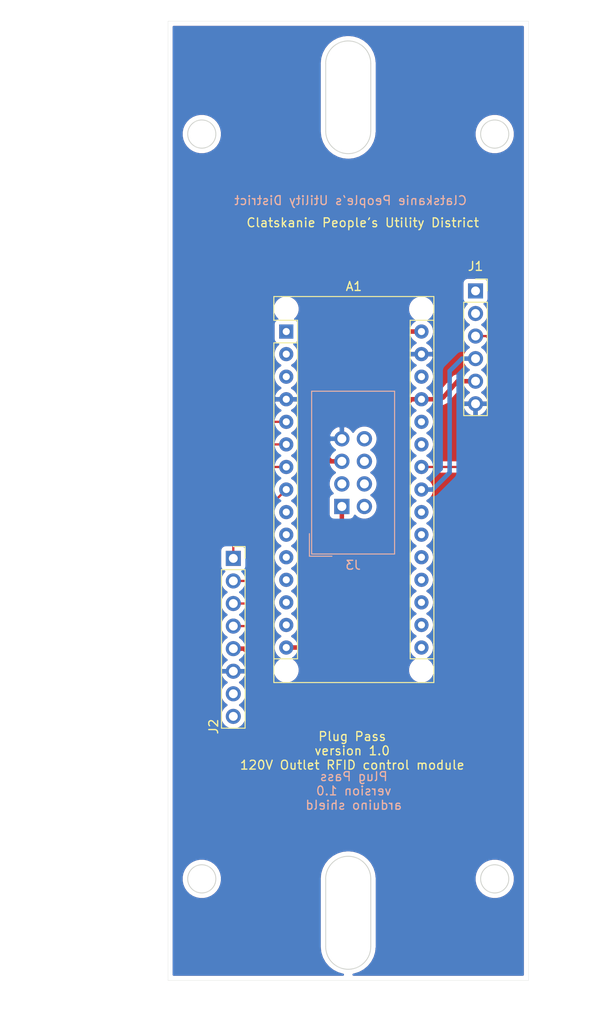
<source format=kicad_pcb>
(kicad_pcb (version 20171130) (host pcbnew "(5.1.5)-3")

  (general
    (thickness 1.6)
    (drawings 29)
    (tracks 47)
    (zones 0)
    (modules 4)
    (nets 39)
  )

  (page A4)
  (layers
    (0 F.Cu signal)
    (31 B.Cu signal)
    (32 B.Adhes user)
    (33 F.Adhes user)
    (34 B.Paste user)
    (35 F.Paste user)
    (36 B.SilkS user)
    (37 F.SilkS user)
    (38 B.Mask user)
    (39 F.Mask user)
    (40 Dwgs.User user)
    (41 Cmts.User user)
    (42 Eco1.User user)
    (43 Eco2.User user)
    (44 Edge.Cuts user)
    (45 Margin user)
    (46 B.CrtYd user)
    (47 F.CrtYd user)
    (48 B.Fab user)
    (49 F.Fab user)
  )

  (setup
    (last_trace_width 0.254)
    (user_trace_width 0.508)
    (user_trace_width 0.762)
    (trace_clearance 0.254)
    (zone_clearance 0.508)
    (zone_45_only no)
    (trace_min 0.1524)
    (via_size 0.762)
    (via_drill 0.381)
    (via_min_size 0.508)
    (via_min_drill 0.254)
    (uvia_size 0.762)
    (uvia_drill 0.381)
    (uvias_allowed no)
    (uvia_min_size 0.508)
    (uvia_min_drill 0.254)
    (edge_width 0.1)
    (segment_width 0.15)
    (pcb_text_width 0.3)
    (pcb_text_size 1.5 1.5)
    (mod_edge_width 0.15)
    (mod_text_size 1 1)
    (mod_text_width 0.15)
    (pad_size 1.7 1.7)
    (pad_drill 1)
    (pad_to_mask_clearance 0.0508)
    (solder_mask_min_width 0.101)
    (aux_axis_origin 0 0)
    (visible_elements 7FFFF7FF)
    (pcbplotparams
      (layerselection 0x010f0_ffffffff)
      (usegerberextensions true)
      (usegerberattributes false)
      (usegerberadvancedattributes false)
      (creategerberjobfile false)
      (excludeedgelayer true)
      (linewidth 0.100000)
      (plotframeref false)
      (viasonmask false)
      (mode 1)
      (useauxorigin false)
      (hpglpennumber 1)
      (hpglpenspeed 20)
      (hpglpendiameter 15.000000)
      (psnegative false)
      (psa4output false)
      (plotreference true)
      (plotvalue false)
      (plotinvisibletext false)
      (padsonsilk false)
      (subtractmaskfromsilk false)
      (outputformat 1)
      (mirror false)
      (drillshape 0)
      (scaleselection 1)
      (outputdirectory "gerbers/"))
  )

  (net 0 "")
  (net 1 "Net-(A1-Pad1)")
  (net 2 +3V3)
  (net 3 "Net-(A1-Pad2)")
  (net 4 "Net-(A1-Pad18)")
  (net 5 "Net-(A1-Pad3)")
  (net 6 "Net-(A1-Pad19)")
  (net 7 GNDREF)
  (net 8 "Net-(A1-Pad20)")
  (net 9 /SCK)
  (net 10 "Net-(A1-Pad21)")
  (net 11 /MISO)
  (net 12 "Net-(A1-Pad22)")
  (net 13 /MOSI)
  (net 14 /SDA)
  (net 15 /SS)
  (net 16 /SCL)
  (net 17 "Net-(A1-Pad9)")
  (net 18 "Net-(A1-Pad25)")
  (net 19 "Net-(A1-Pad10)")
  (net 20 "Net-(A1-Pad26)")
  (net 21 "Net-(A1-Pad11)")
  (net 22 +5V)
  (net 23 "Net-(A1-Pad12)")
  (net 24 "Net-(A1-Pad28)")
  (net 25 "Net-(A1-Pad13)")
  (net 26 "Net-(A1-Pad14)")
  (net 27 /RelayPin)
  (net 28 "Net-(A1-Pad16)")
  (net 29 /32K)
  (net 30 /SQW)
  (net 31 /IRQ)
  (net 32 /RSTO)
  (net 33 "Net-(J3-Pad2)")
  (net 34 "Net-(J3-Pad3)")
  (net 35 VCC)
  (net 36 "Net-(J3-Pad4)")
  (net 37 "Net-(J3-Pad6)")
  (net 38 "Net-(J3-Pad8)")

  (net_class Default "This is the default net class."
    (clearance 0.254)
    (trace_width 0.254)
    (via_dia 0.762)
    (via_drill 0.381)
    (uvia_dia 0.762)
    (uvia_drill 0.381)
    (add_net +3V3)
    (add_net +5V)
    (add_net /32K)
    (add_net /IRQ)
    (add_net /MISO)
    (add_net /MOSI)
    (add_net /RSTO)
    (add_net /RelayPin)
    (add_net /SCK)
    (add_net /SCL)
    (add_net /SDA)
    (add_net /SQW)
    (add_net /SS)
    (add_net GNDREF)
    (add_net "Net-(A1-Pad1)")
    (add_net "Net-(A1-Pad10)")
    (add_net "Net-(A1-Pad11)")
    (add_net "Net-(A1-Pad12)")
    (add_net "Net-(A1-Pad13)")
    (add_net "Net-(A1-Pad14)")
    (add_net "Net-(A1-Pad16)")
    (add_net "Net-(A1-Pad18)")
    (add_net "Net-(A1-Pad19)")
    (add_net "Net-(A1-Pad2)")
    (add_net "Net-(A1-Pad20)")
    (add_net "Net-(A1-Pad21)")
    (add_net "Net-(A1-Pad22)")
    (add_net "Net-(A1-Pad25)")
    (add_net "Net-(A1-Pad26)")
    (add_net "Net-(A1-Pad28)")
    (add_net "Net-(A1-Pad3)")
    (add_net "Net-(A1-Pad9)")
    (add_net "Net-(J3-Pad2)")
    (add_net "Net-(J3-Pad3)")
    (add_net "Net-(J3-Pad4)")
    (add_net "Net-(J3-Pad6)")
    (add_net "Net-(J3-Pad8)")
    (add_net VCC)
  )

  (module Plug_Pass:Arduino_Nano_WithMountingHoles (layer F.Cu) (tedit 58ACAF99) (tstamp 5E9F4398)
    (at 97.15246 76.835)
    (descr "Arduino Nano, http://www.mouser.com/pdfdocs/Gravitech_Arduino_Nano3_0.pdf")
    (tags "Arduino Nano")
    (path /5E9A0BA3)
    (fp_text reference A1 (at 7.62 -5.08) (layer F.SilkS)
      (effects (font (size 1 1) (thickness 0.15)))
    )
    (fp_text value Arduino_Nano_v3.x (at 8.89 15.24 90) (layer F.Fab)
      (effects (font (size 1 1) (thickness 0.15)))
    )
    (fp_line (start 16.75 42.16) (end -1.53 42.16) (layer F.CrtYd) (width 0.05))
    (fp_line (start 16.75 42.16) (end 16.75 -4.06) (layer F.CrtYd) (width 0.05))
    (fp_line (start -1.53 -4.06) (end -1.53 42.16) (layer F.CrtYd) (width 0.05))
    (fp_line (start -1.53 -4.06) (end 16.75 -4.06) (layer F.CrtYd) (width 0.05))
    (fp_line (start 16.51 -3.81) (end 16.51 39.37) (layer F.Fab) (width 0.1))
    (fp_line (start 0 -3.81) (end 16.51 -3.81) (layer F.Fab) (width 0.1))
    (fp_line (start -1.27 -2.54) (end 0 -3.81) (layer F.Fab) (width 0.1))
    (fp_line (start -1.27 39.37) (end -1.27 -2.54) (layer F.Fab) (width 0.1))
    (fp_line (start 16.51 39.37) (end -1.27 39.37) (layer F.Fab) (width 0.1))
    (fp_line (start 16.64 -3.94) (end -1.4 -3.94) (layer F.SilkS) (width 0.12))
    (fp_line (start 16.64 39.5) (end 16.64 -3.94) (layer F.SilkS) (width 0.12))
    (fp_line (start -1.4 39.5) (end 16.64 39.5) (layer F.SilkS) (width 0.12))
    (fp_line (start 3.81 41.91) (end 3.81 31.75) (layer F.Fab) (width 0.1))
    (fp_line (start 11.43 41.91) (end 3.81 41.91) (layer F.Fab) (width 0.1))
    (fp_line (start 11.43 31.75) (end 11.43 41.91) (layer F.Fab) (width 0.1))
    (fp_line (start 3.81 31.75) (end 11.43 31.75) (layer F.Fab) (width 0.1))
    (fp_line (start 1.27 36.83) (end -1.4 36.83) (layer F.SilkS) (width 0.12))
    (fp_line (start 1.27 1.27) (end 1.27 36.83) (layer F.SilkS) (width 0.12))
    (fp_line (start 1.27 1.27) (end -1.4 1.27) (layer F.SilkS) (width 0.12))
    (fp_line (start 13.97 36.83) (end 16.64 36.83) (layer F.SilkS) (width 0.12))
    (fp_line (start 13.97 -1.27) (end 13.97 36.83) (layer F.SilkS) (width 0.12))
    (fp_line (start 13.97 -1.27) (end 16.64 -1.27) (layer F.SilkS) (width 0.12))
    (fp_line (start -1.4 -3.94) (end -1.4 -1.27) (layer F.SilkS) (width 0.12))
    (fp_line (start -1.4 1.27) (end -1.4 39.5) (layer F.SilkS) (width 0.12))
    (fp_line (start 1.27 -1.27) (end -1.4 -1.27) (layer F.SilkS) (width 0.12))
    (fp_line (start 1.27 1.27) (end 1.27 -1.27) (layer F.SilkS) (width 0.12))
    (fp_text user %R (at 6.35 16.51 90) (layer F.Fab)
      (effects (font (size 1 1) (thickness 0.15)))
    )
    (pad "" np_thru_hole circle (at 0 38.1) (size 1.78 1.78) (drill 1.78) (layers *.Cu *.Mask))
    (pad "" np_thru_hole circle (at 15.24 38.1) (size 1.78 1.78) (drill 1.78) (layers *.Cu *.Mask))
    (pad "" np_thru_hole circle (at 15.24 -2.54) (size 1.78 1.78) (drill 1.78) (layers *.Cu *.Mask))
    (pad "" np_thru_hole circle (at 0 -2.54) (size 1.78 1.78) (drill 1.78) (layers *.Cu *.Mask))
    (pad 16 thru_hole oval (at 15.24 35.56) (size 1.6 1.6) (drill 0.8) (layers *.Cu *.Mask)
      (net 28 "Net-(A1-Pad16)"))
    (pad 15 thru_hole oval (at 0 35.56) (size 1.6 1.6) (drill 0.8) (layers *.Cu *.Mask)
      (net 27 /RelayPin))
    (pad 30 thru_hole oval (at 15.24 0) (size 1.6 1.6) (drill 0.8) (layers *.Cu *.Mask)
      (net 35 VCC))
    (pad 14 thru_hole oval (at 0 33.02) (size 1.6 1.6) (drill 0.8) (layers *.Cu *.Mask)
      (net 26 "Net-(A1-Pad14)"))
    (pad 29 thru_hole oval (at 15.24 2.54) (size 1.6 1.6) (drill 0.8) (layers *.Cu *.Mask)
      (net 7 GNDREF))
    (pad 13 thru_hole oval (at 0 30.48) (size 1.6 1.6) (drill 0.8) (layers *.Cu *.Mask)
      (net 25 "Net-(A1-Pad13)"))
    (pad 28 thru_hole oval (at 15.24 5.08) (size 1.6 1.6) (drill 0.8) (layers *.Cu *.Mask)
      (net 24 "Net-(A1-Pad28)"))
    (pad 12 thru_hole oval (at 0 27.94) (size 1.6 1.6) (drill 0.8) (layers *.Cu *.Mask)
      (net 23 "Net-(A1-Pad12)"))
    (pad 27 thru_hole oval (at 15.24 7.62) (size 1.6 1.6) (drill 0.8) (layers *.Cu *.Mask)
      (net 22 +5V))
    (pad 11 thru_hole oval (at 0 25.4) (size 1.6 1.6) (drill 0.8) (layers *.Cu *.Mask)
      (net 21 "Net-(A1-Pad11)"))
    (pad 26 thru_hole oval (at 15.24 10.16) (size 1.6 1.6) (drill 0.8) (layers *.Cu *.Mask)
      (net 20 "Net-(A1-Pad26)"))
    (pad 10 thru_hole oval (at 0 22.86) (size 1.6 1.6) (drill 0.8) (layers *.Cu *.Mask)
      (net 19 "Net-(A1-Pad10)"))
    (pad 25 thru_hole oval (at 15.24 12.7) (size 1.6 1.6) (drill 0.8) (layers *.Cu *.Mask)
      (net 18 "Net-(A1-Pad25)"))
    (pad 9 thru_hole oval (at 0 20.32) (size 1.6 1.6) (drill 0.8) (layers *.Cu *.Mask)
      (net 17 "Net-(A1-Pad9)"))
    (pad 24 thru_hole oval (at 15.24 15.24) (size 1.6 1.6) (drill 0.8) (layers *.Cu *.Mask)
      (net 16 /SCL))
    (pad 8 thru_hole oval (at 0 17.78) (size 1.6 1.6) (drill 0.8) (layers *.Cu *.Mask)
      (net 15 /SS))
    (pad 23 thru_hole oval (at 15.24 17.78) (size 1.6 1.6) (drill 0.8) (layers *.Cu *.Mask)
      (net 14 /SDA))
    (pad 7 thru_hole oval (at 0 15.24) (size 1.6 1.6) (drill 0.8) (layers *.Cu *.Mask)
      (net 13 /MOSI))
    (pad 22 thru_hole oval (at 15.24 20.32) (size 1.6 1.6) (drill 0.8) (layers *.Cu *.Mask)
      (net 12 "Net-(A1-Pad22)"))
    (pad 6 thru_hole oval (at 0 12.7) (size 1.6 1.6) (drill 0.8) (layers *.Cu *.Mask)
      (net 11 /MISO))
    (pad 21 thru_hole oval (at 15.24 22.86) (size 1.6 1.6) (drill 0.8) (layers *.Cu *.Mask)
      (net 10 "Net-(A1-Pad21)"))
    (pad 5 thru_hole oval (at 0 10.16) (size 1.6 1.6) (drill 0.8) (layers *.Cu *.Mask)
      (net 9 /SCK))
    (pad 20 thru_hole oval (at 15.24 25.4) (size 1.6 1.6) (drill 0.8) (layers *.Cu *.Mask)
      (net 8 "Net-(A1-Pad20)"))
    (pad 4 thru_hole oval (at 0 7.62) (size 1.6 1.6) (drill 0.8) (layers *.Cu *.Mask)
      (net 7 GNDREF))
    (pad 19 thru_hole oval (at 15.24 27.94) (size 1.6 1.6) (drill 0.8) (layers *.Cu *.Mask)
      (net 6 "Net-(A1-Pad19)"))
    (pad 3 thru_hole oval (at 0 5.08) (size 1.6 1.6) (drill 0.8) (layers *.Cu *.Mask)
      (net 5 "Net-(A1-Pad3)"))
    (pad 18 thru_hole oval (at 15.24 30.48) (size 1.6 1.6) (drill 0.8) (layers *.Cu *.Mask)
      (net 4 "Net-(A1-Pad18)"))
    (pad 2 thru_hole oval (at 0 2.54) (size 1.6 1.6) (drill 0.8) (layers *.Cu *.Mask)
      (net 3 "Net-(A1-Pad2)"))
    (pad 17 thru_hole oval (at 15.24 33.02) (size 1.6 1.6) (drill 0.8) (layers *.Cu *.Mask)
      (net 2 +3V3))
    (pad 1 thru_hole rect (at 0 0) (size 1.6 1.6) (drill 0.8) (layers *.Cu *.Mask)
      (net 1 "Net-(A1-Pad1)"))
    (model ${KISYS3DMOD}/Module.3dshapes/Arduino_Nano_WithMountingHoles.wrl
      (at (xyz 0 0 0))
      (scale (xyz 1 1 1))
      (rotate (xyz 0 0 0))
    )
  )

  (module Plug_Pass:PinSocket_1x06_P2.54mm_Vertical (layer F.Cu) (tedit 5A19A430) (tstamp 5E9F4482)
    (at 118.48846 72.263)
    (descr "Through hole straight socket strip, 1x06, 2.54mm pitch, single row (from Kicad 4.0.7), script generated")
    (tags "Through hole socket strip THT 1x06 2.54mm single row")
    (path /5E94C5A7)
    (fp_text reference J1 (at 0 -2.77) (layer F.SilkS)
      (effects (font (size 1 1) (thickness 0.15)))
    )
    (fp_text value Conn_01x06 (at 0 15.47) (layer F.Fab)
      (effects (font (size 1 1) (thickness 0.15)))
    )
    (fp_text user %R (at 0 6.35 90) (layer F.Fab)
      (effects (font (size 1 1) (thickness 0.15)))
    )
    (fp_line (start -1.8 14.45) (end -1.8 -1.8) (layer F.CrtYd) (width 0.05))
    (fp_line (start 1.75 14.45) (end -1.8 14.45) (layer F.CrtYd) (width 0.05))
    (fp_line (start 1.75 -1.8) (end 1.75 14.45) (layer F.CrtYd) (width 0.05))
    (fp_line (start -1.8 -1.8) (end 1.75 -1.8) (layer F.CrtYd) (width 0.05))
    (fp_line (start 0 -1.33) (end 1.33 -1.33) (layer F.SilkS) (width 0.12))
    (fp_line (start 1.33 -1.33) (end 1.33 0) (layer F.SilkS) (width 0.12))
    (fp_line (start 1.33 1.27) (end 1.33 14.03) (layer F.SilkS) (width 0.12))
    (fp_line (start -1.33 14.03) (end 1.33 14.03) (layer F.SilkS) (width 0.12))
    (fp_line (start -1.33 1.27) (end -1.33 14.03) (layer F.SilkS) (width 0.12))
    (fp_line (start -1.33 1.27) (end 1.33 1.27) (layer F.SilkS) (width 0.12))
    (fp_line (start -1.27 13.97) (end -1.27 -1.27) (layer F.Fab) (width 0.1))
    (fp_line (start 1.27 13.97) (end -1.27 13.97) (layer F.Fab) (width 0.1))
    (fp_line (start 1.27 -0.635) (end 1.27 13.97) (layer F.Fab) (width 0.1))
    (fp_line (start 0.635 -1.27) (end 1.27 -0.635) (layer F.Fab) (width 0.1))
    (fp_line (start -1.27 -1.27) (end 0.635 -1.27) (layer F.Fab) (width 0.1))
    (pad 6 thru_hole oval (at 0 12.7) (size 1.7 1.7) (drill 1) (layers *.Cu *.Mask)
      (net 7 GNDREF))
    (pad 5 thru_hole oval (at 0 10.16) (size 1.7 1.7) (drill 1) (layers *.Cu *.Mask)
      (net 22 +5V))
    (pad 4 thru_hole oval (at 0 7.62) (size 1.7 1.7) (drill 1) (layers *.Cu *.Mask)
      (net 14 /SDA))
    (pad 3 thru_hole oval (at 0 5.08) (size 1.7 1.7) (drill 1) (layers *.Cu *.Mask)
      (net 16 /SCL))
    (pad 2 thru_hole oval (at 0 2.54) (size 1.7 1.7) (drill 1) (layers *.Cu *.Mask)
      (net 30 /SQW))
    (pad 1 thru_hole rect (at 0 0) (size 1.7 1.7) (drill 1) (layers *.Cu *.Mask)
      (net 29 /32K))
    (model ${KISYS3DMOD}/Connector_PinSocket_2.54mm.3dshapes/PinSocket_1x06_P2.54mm_Vertical.wrl
      (at (xyz 0 0 0))
      (scale (xyz 1 1 1))
      (rotate (xyz 0 0 0))
    )
  )

  (module Plug_Pass:PinSocket_1x08_P2.54mm_Vertical (layer F.Cu) (tedit 5A19A420) (tstamp 5E9F4433)
    (at 91.18346 102.362)
    (descr "Through hole straight socket strip, 1x08, 2.54mm pitch, single row (from Kicad 4.0.7), script generated")
    (tags "Through hole socket strip THT 1x08 2.54mm single row")
    (path /5E971DCA)
    (fp_text reference J2 (at -2.21996 18.93062 90) (layer F.SilkS)
      (effects (font (size 1 1) (thickness 0.15)))
    )
    (fp_text value Conn_01x08 (at 0 20.55) (layer F.Fab)
      (effects (font (size 1 1) (thickness 0.15)))
    )
    (fp_text user %R (at 0 8.89 90) (layer F.Fab)
      (effects (font (size 1 1) (thickness 0.15)))
    )
    (fp_line (start -1.8 19.55) (end -1.8 -1.8) (layer F.CrtYd) (width 0.05))
    (fp_line (start 1.75 19.55) (end -1.8 19.55) (layer F.CrtYd) (width 0.05))
    (fp_line (start 1.75 -1.8) (end 1.75 19.55) (layer F.CrtYd) (width 0.05))
    (fp_line (start -1.8 -1.8) (end 1.75 -1.8) (layer F.CrtYd) (width 0.05))
    (fp_line (start 0 -1.33) (end 1.33 -1.33) (layer F.SilkS) (width 0.12))
    (fp_line (start 1.33 -1.33) (end 1.33 0) (layer F.SilkS) (width 0.12))
    (fp_line (start 1.33 1.27) (end 1.33 19.11) (layer F.SilkS) (width 0.12))
    (fp_line (start -1.33 19.11) (end 1.33 19.11) (layer F.SilkS) (width 0.12))
    (fp_line (start -1.33 1.27) (end -1.33 19.11) (layer F.SilkS) (width 0.12))
    (fp_line (start -1.33 1.27) (end 1.33 1.27) (layer F.SilkS) (width 0.12))
    (fp_line (start -1.27 19.05) (end -1.27 -1.27) (layer F.Fab) (width 0.1))
    (fp_line (start 1.27 19.05) (end -1.27 19.05) (layer F.Fab) (width 0.1))
    (fp_line (start 1.27 -0.635) (end 1.27 19.05) (layer F.Fab) (width 0.1))
    (fp_line (start 0.635 -1.27) (end 1.27 -0.635) (layer F.Fab) (width 0.1))
    (fp_line (start -1.27 -1.27) (end 0.635 -1.27) (layer F.Fab) (width 0.1))
    (pad 8 thru_hole oval (at 0 17.78) (size 1.7 1.7) (drill 1) (layers *.Cu *.Mask)
      (net 32 /RSTO))
    (pad 7 thru_hole oval (at 0 15.24) (size 1.7 1.7) (drill 1) (layers *.Cu *.Mask)
      (net 31 /IRQ))
    (pad 6 thru_hole oval (at 0 12.7) (size 1.7 1.7) (drill 1) (layers *.Cu *.Mask)
      (net 7 GNDREF))
    (pad 5 thru_hole oval (at 0 10.16) (size 1.7 1.7) (drill 1) (layers *.Cu *.Mask)
      (net 22 +5V))
    (pad 4 thru_hole oval (at 0 7.62) (size 1.7 1.7) (drill 1) (layers *.Cu *.Mask)
      (net 15 /SS))
    (pad 3 thru_hole oval (at 0 5.08) (size 1.7 1.7) (drill 1) (layers *.Cu *.Mask)
      (net 13 /MOSI))
    (pad 2 thru_hole oval (at 0 2.54) (size 1.7 1.7) (drill 1) (layers *.Cu *.Mask)
      (net 11 /MISO))
    (pad 1 thru_hole rect (at 0 0) (size 1.7 1.7) (drill 1) (layers *.Cu *.Mask)
      (net 9 /SCK))
    (model ${KISYS3DMOD}/Connector_PinSocket_2.54mm.3dshapes/PinSocket_1x08_P2.54mm_Vertical.wrl
      (at (xyz 0 0 0))
      (scale (xyz 1 1 1))
      (rotate (xyz 0 0 0))
    )
  )

  (module Plug_Pass:IDC-Header_2x04_P2.54mm_Vertical (layer B.Cu) (tedit 59DE070F) (tstamp 5E9F44D9)
    (at 103.41864 96.52)
    (descr "Through hole straight IDC box header, 2x04, 2.54mm pitch, double rows")
    (tags "Through hole IDC box header THT 2x04 2.54mm double row")
    (path /5E9F6D64)
    (fp_text reference J3 (at 1.27 6.604) (layer B.SilkS)
      (effects (font (size 1 1) (thickness 0.15)) (justify mirror))
    )
    (fp_text value Conn_02x04_Odd_Even (at 1.27 -14.224) (layer B.Fab)
      (effects (font (size 1 1) (thickness 0.15)) (justify mirror))
    )
    (fp_text user %R (at 1.27 -3.81) (layer B.Fab)
      (effects (font (size 1 1) (thickness 0.15)) (justify mirror))
    )
    (fp_line (start 5.695 5.1) (end 5.695 -12.72) (layer B.Fab) (width 0.1))
    (fp_line (start 5.145 4.56) (end 5.145 -12.16) (layer B.Fab) (width 0.1))
    (fp_line (start -3.155 5.1) (end -3.155 -12.72) (layer B.Fab) (width 0.1))
    (fp_line (start -2.605 4.56) (end -2.605 -1.56) (layer B.Fab) (width 0.1))
    (fp_line (start -2.605 -6.06) (end -2.605 -12.16) (layer B.Fab) (width 0.1))
    (fp_line (start -2.605 -1.56) (end -3.155 -1.56) (layer B.Fab) (width 0.1))
    (fp_line (start -2.605 -6.06) (end -3.155 -6.06) (layer B.Fab) (width 0.1))
    (fp_line (start 5.695 5.1) (end -3.155 5.1) (layer B.Fab) (width 0.1))
    (fp_line (start 5.145 4.56) (end -2.605 4.56) (layer B.Fab) (width 0.1))
    (fp_line (start 5.695 -12.72) (end -3.155 -12.72) (layer B.Fab) (width 0.1))
    (fp_line (start 5.145 -12.16) (end -2.605 -12.16) (layer B.Fab) (width 0.1))
    (fp_line (start 5.695 5.1) (end 5.145 4.56) (layer B.Fab) (width 0.1))
    (fp_line (start 5.695 -12.72) (end 5.145 -12.16) (layer B.Fab) (width 0.1))
    (fp_line (start -3.155 5.1) (end -2.605 4.56) (layer B.Fab) (width 0.1))
    (fp_line (start -3.155 -12.72) (end -2.605 -12.16) (layer B.Fab) (width 0.1))
    (fp_line (start 5.95 5.35) (end 5.95 -12.97) (layer B.CrtYd) (width 0.05))
    (fp_line (start 5.95 -12.97) (end -3.41 -12.97) (layer B.CrtYd) (width 0.05))
    (fp_line (start -3.41 -12.97) (end -3.41 5.35) (layer B.CrtYd) (width 0.05))
    (fp_line (start -3.41 5.35) (end 5.95 5.35) (layer B.CrtYd) (width 0.05))
    (fp_line (start 5.945 5.35) (end 5.945 -12.97) (layer B.SilkS) (width 0.12))
    (fp_line (start 5.945 -12.97) (end -3.405 -12.97) (layer B.SilkS) (width 0.12))
    (fp_line (start -3.405 -12.97) (end -3.405 5.35) (layer B.SilkS) (width 0.12))
    (fp_line (start -3.405 5.35) (end 5.945 5.35) (layer B.SilkS) (width 0.12))
    (fp_line (start -3.655 5.6) (end -3.655 3.06) (layer B.SilkS) (width 0.12))
    (fp_line (start -3.655 5.6) (end -1.115 5.6) (layer B.SilkS) (width 0.12))
    (pad 1 thru_hole rect (at 0 0) (size 1.7272 1.7272) (drill 1.016) (layers *.Cu *.Mask)
      (net 27 /RelayPin))
    (pad 2 thru_hole oval (at 2.54 0) (size 1.7272 1.7272) (drill 1.016) (layers *.Cu *.Mask)
      (net 33 "Net-(J3-Pad2)"))
    (pad 3 thru_hole oval (at 0 -2.54) (size 1.7272 1.7272) (drill 1.016) (layers *.Cu *.Mask)
      (net 34 "Net-(J3-Pad3)"))
    (pad 4 thru_hole oval (at 2.54 -2.54) (size 1.7272 1.7272) (drill 1.016) (layers *.Cu *.Mask)
      (net 36 "Net-(J3-Pad4)"))
    (pad 5 thru_hole oval (at 0 -5.08) (size 1.7272 1.7272) (drill 1.016) (layers *.Cu *.Mask)
      (net 35 VCC))
    (pad 6 thru_hole oval (at 2.54 -5.08) (size 1.7272 1.7272) (drill 1.016) (layers *.Cu *.Mask)
      (net 37 "Net-(J3-Pad6)"))
    (pad 7 thru_hole oval (at 0 -7.62) (size 1.7272 1.7272) (drill 1.016) (layers *.Cu *.Mask)
      (net 7 GNDREF))
    (pad 8 thru_hole oval (at 2.54 -7.62) (size 1.7272 1.7272) (drill 1.016) (layers *.Cu *.Mask)
      (net 38 "Net-(J3-Pad8)"))
    (model ${KISYS3DMOD}/Connector_IDC.3dshapes/IDC-Header_2x04_P2.54mm_Vertical.wrl
      (at (xyz 0 0 0))
      (scale (xyz 1 1 1))
      (rotate (xyz 0 0 0))
    )
  )

  (gr_text "Plug Pass\nversion 1.0\narduino shield" (at 104.75976 128.524) (layer B.SilkS)
    (effects (font (size 1 1) (thickness 0.15)) (justify mirror))
  )
  (gr_text "Clatskanie People's Utility District" (at 104.41178 62.08776) (layer B.SilkS)
    (effects (font (size 1 1) (thickness 0.15)) (justify mirror))
  )
  (gr_text "Clatskanie People's Utility District" (at 105.77322 64.58712) (layer F.SilkS)
    (effects (font (size 1 1) (thickness 0.15)))
  )
  (gr_text "Plug Pass\nversion 1.0\n120V Outlet RFID control module" (at 104.58958 124.01296) (layer F.SilkS)
    (effects (font (size 1 1) (thickness 0.15)))
  )
  (dimension 96.8375 (width 0.15) (layer Cmts.User)
    (gr_text "3.8125 in" (at 68.55 96.52 90) (layer Cmts.User)
      (effects (font (size 1 1) (thickness 0.15)))
    )
    (feature1 (pts (xy 104.14 48.10125) (xy 69.263579 48.10125)))
    (feature2 (pts (xy 104.14 144.93875) (xy 69.263579 144.93875)))
    (crossbar (pts (xy 69.85 144.93875) (xy 69.85 48.10125)))
    (arrow1a (pts (xy 69.85 48.10125) (xy 70.436421 49.227754)))
    (arrow1b (pts (xy 69.85 48.10125) (xy 69.263579 49.227754)))
    (arrow2a (pts (xy 69.85 144.93875) (xy 70.436421 143.812246)))
    (arrow2b (pts (xy 69.85 144.93875) (xy 69.263579 143.812246)))
  )
  (gr_circle (center 87.63 138.43) (end 89.2175 138.43) (layer Edge.Cuts) (width 0.1) (tstamp 5E98E041))
  (gr_circle (center 120.65 138.43) (end 122.2375 138.43) (layer Edge.Cuts) (width 0.1) (tstamp 5E98E033))
  (gr_circle (center 87.63 54.61) (end 89.2175 54.61) (layer Edge.Cuts) (width 0.1) (tstamp 5E98E028))
  (gr_circle (center 120.65 54.61) (end 122.2375 54.61) (layer Edge.Cuts) (width 0.1) (tstamp 5E98DEA9))
  (gr_arc (start 104.137461 46.672499) (end 106.68 46.6725) (angle -180) (layer Edge.Cuts) (width 0.1) (tstamp 5E9F53EA))
  (gr_arc (start 104.137461 54.292499) (end 101.6 54.292498) (angle -180) (layer Edge.Cuts) (width 0.1) (tstamp 5E98DEB8))
  (gr_line (start 101.6 46.6725) (end 101.6 54.2925) (layer Edge.Cuts) (width 0.1) (tstamp 5E98DEAF))
  (gr_line (start 106.68 46.6725) (end 106.68 54.2925) (layer Edge.Cuts) (width 0.1) (tstamp 5E98DEB5))
  (gr_arc (start 104.13746 146.05) (end 101.6 146.049999) (angle -180.0000226) (layer Edge.Cuts) (width 0.1) (tstamp 5E98DEBB))
  (gr_arc (start 104.13746 138.43) (end 106.68 138.43) (angle -180) (layer Edge.Cuts) (width 0.1) (tstamp 5E98DEAC))
  (gr_line (start 106.68 138.43) (end 106.68 146.05) (layer Edge.Cuts) (width 0.1) (tstamp 5E98DED6))
  (gr_line (start 101.6 138.43) (end 101.6 146.05) (layer Edge.Cuts) (width 0.1) (tstamp 5E98DED0))
  (gr_line (start 83.82 41.91) (end 124.46 41.91) (layer Edge.Cuts) (width 0.0254) (tstamp 5E98DEC7))
  (gr_line (start 124.46 41.91) (end 124.46 149.86) (layer Edge.Cuts) (width 0.0254) (tstamp 5E98DED9))
  (gr_line (start 83.82 149.86) (end 124.46 149.86) (layer Edge.Cuts) (width 0.0254) (tstamp 5E98DEBE))
  (gr_line (start 83.82 149.86) (end 83.82 41.91) (layer Edge.Cuts) (width 0.0254) (tstamp 5E98DED3))
  (dimension 38.1 (width 0.15) (layer Cmts.User) (tstamp 5E98DEDD)
    (gr_text "1.5000 in" (at 103.75646 134.269) (layer Cmts.User) (tstamp 5E98DEDD)
      (effects (font (size 1 1) (thickness 0.15)))
    )
    (feature1 (pts (xy 84.70646 130.302) (xy 84.70646 133.555421)))
    (feature2 (pts (xy 122.80646 130.302) (xy 122.80646 133.555421)))
    (crossbar (pts (xy 122.80646 132.969) (xy 84.70646 132.969)))
    (arrow1a (pts (xy 84.70646 132.969) (xy 85.832964 132.382579)))
    (arrow1b (pts (xy 84.70646 132.969) (xy 85.832964 133.555421)))
    (arrow2a (pts (xy 122.80646 132.969) (xy 121.679956 132.382579)))
    (arrow2b (pts (xy 122.80646 132.969) (xy 121.679956 133.555421)))
  )
  (dimension 69.85 (width 0.15) (layer Cmts.User) (tstamp 5E98DEEF)
    (gr_text "2.7500 in" (at 130.71046 95.377 270) (layer Cmts.User) (tstamp 5E98DEEF)
      (effects (font (size 1 1) (thickness 0.15)))
    )
    (feature1 (pts (xy 122.80646 130.302) (xy 129.996881 130.302)))
    (feature2 (pts (xy 122.80646 60.452) (xy 129.996881 60.452)))
    (crossbar (pts (xy 129.41046 60.452) (xy 129.41046 130.302)))
    (arrow1a (pts (xy 129.41046 130.302) (xy 128.824039 129.175496)))
    (arrow1b (pts (xy 129.41046 130.302) (xy 129.996881 129.175496)))
    (arrow2a (pts (xy 129.41046 60.452) (xy 128.824039 61.578504)))
    (arrow2b (pts (xy 129.41046 60.452) (xy 129.996881 61.578504)))
  )
  (gr_circle (center 104.14 48.10125) (end 106.52125 48.10125) (layer Cmts.User) (width 0.15) (tstamp 5E9F5400))
  (gr_circle (center 104.14 144.93875) (end 106.52125 144.93875) (layer Cmts.User) (width 0.15) (tstamp 5E9F547C))
  (gr_line (start 84.70646 60.452) (end 122.80646 60.452) (layer Cmts.User) (width 0.15) (tstamp 5E98DEF7))
  (gr_line (start 122.80646 60.452) (end 122.80646 130.302) (layer Cmts.User) (width 0.15) (tstamp 5E98DEF4))
  (gr_line (start 84.70646 130.302) (end 122.80646 130.302) (layer Cmts.User) (width 0.15) (tstamp 5E98DEEB))
  (gr_line (start 84.70646 60.452) (end 84.70646 130.302) (layer Cmts.User) (width 0.15) (tstamp 5E98DEE2))

  (segment (start 91.18346 102.362) (end 91.18346 89.15654) (width 0.254) (layer F.Cu) (net 9) (tstamp 5E9F4350))
  (segment (start 93.345 86.995) (end 97.15246 86.995) (width 0.254) (layer F.Cu) (net 9) (tstamp 5E9F4335))
  (segment (start 91.18346 89.15654) (end 93.345 86.995) (width 0.254) (layer F.Cu) (net 9) (tstamp 5E9F4314))
  (segment (start 91.18346 104.902) (end 92.71 104.902) (width 0.254) (layer F.Cu) (net 11) (tstamp 5E9F4311))
  (segment (start 92.71 104.902) (end 92.71 91.44) (width 0.254) (layer F.Cu) (net 11) (tstamp 5E9F430E))
  (segment (start 94.615 89.535) (end 97.15246 89.535) (width 0.254) (layer F.Cu) (net 11) (tstamp 5E9F431D))
  (segment (start 92.71 91.44) (end 94.615 89.535) (width 0.254) (layer F.Cu) (net 11) (tstamp 5E9F4320))
  (segment (start 91.18346 107.442) (end 93.472 107.442) (width 0.254) (layer F.Cu) (net 13) (tstamp 5E9F4317))
  (segment (start 93.472 107.442) (end 93.472 93.98) (width 0.254) (layer F.Cu) (net 13) (tstamp 5E9F4356))
  (segment (start 95.377 92.075) (end 97.15246 92.075) (width 0.254) (layer F.Cu) (net 13) (tstamp 5E9F4353))
  (segment (start 93.472 93.98) (end 95.377 92.075) (width 0.254) (layer F.Cu) (net 13) (tstamp 5E9F433B))
  (segment (start 113.665 94.615) (end 112.39246 94.615) (width 0.508) (layer B.Cu) (net 14))
  (segment (start 115.57 92.71) (end 113.665 94.615) (width 0.508) (layer B.Cu) (net 14))
  (segment (start 118.48846 79.883) (end 116.967 79.883) (width 0.508) (layer B.Cu) (net 14))
  (segment (start 115.57 81.28) (end 115.57 92.71) (width 0.508) (layer B.Cu) (net 14))
  (segment (start 116.967 79.883) (end 115.57 81.28) (width 0.508) (layer B.Cu) (net 14))
  (segment (start 94.234 108.458) (end 94.234 97.53346) (width 0.254) (layer F.Cu) (net 15) (tstamp 5E9F4326))
  (segment (start 91.18346 109.982) (end 92.71 109.982) (width 0.254) (layer F.Cu) (net 15) (tstamp 5E9F431A))
  (segment (start 94.234 97.53346) (end 97.15246 94.615) (width 0.254) (layer F.Cu) (net 15) (tstamp 5E9F4308))
  (segment (start 92.71 109.982) (end 94.234 108.458) (width 0.254) (layer F.Cu) (net 15) (tstamp 5E9F433E))
  (segment (start 119.690541 77.343) (end 121.92 79.572459) (width 0.254) (layer F.Cu) (net 16) (tstamp 5E9F4344))
  (segment (start 118.48846 77.343) (end 119.690541 77.343) (width 0.254) (layer F.Cu) (net 16) (tstamp 5E9F4338))
  (segment (start 121.92 79.572459) (end 121.92 87.376) (width 0.254) (layer F.Cu) (net 16) (tstamp 5E9F4305))
  (segment (start 117.221 92.075) (end 112.39246 92.075) (width 0.254) (layer F.Cu) (net 16) (tstamp 5E9F432C))
  (segment (start 121.92 87.376) (end 117.221 92.075) (width 0.254) (layer F.Cu) (net 16) (tstamp 5E9F4323))
  (segment (start 112.39246 84.455) (end 114.427 84.455) (width 0.508) (layer F.Cu) (net 22) (tstamp 5E9F434A))
  (segment (start 116.459 82.423) (end 118.48846 82.423) (width 0.508) (layer F.Cu) (net 22) (tstamp 5E9F42F9))
  (segment (start 115.53444 83.46694) (end 116.459 82.423) (width 0.508) (layer F.Cu) (net 22) (tstamp 5E9F42FC))
  (segment (start 114.427 84.455) (end 114.85372 84.24926) (width 0.508) (layer F.Cu) (net 22) (tstamp 5E9F4302))
  (segment (start 114.85372 84.24926) (end 115.53444 83.46694) (width 0.508) (layer F.Cu) (net 22) (tstamp 5E9F42FF))
  (segment (start 92.385541 112.522) (end 94.14002 114.276479) (width 0.508) (layer F.Cu) (net 22) (tstamp 5E9F42DB))
  (segment (start 91.18346 112.522) (end 92.385541 112.522) (width 0.508) (layer F.Cu) (net 22) (tstamp 5E9F42D8))
  (segment (start 94.14002 114.276479) (end 94.14002 115.93068) (width 0.508) (layer F.Cu) (net 22) (tstamp 5E9F42DE))
  (segment (start 94.14002 115.93068) (end 95.92056 117.71122) (width 0.508) (layer F.Cu) (net 22) (tstamp 5E9F42D2))
  (segment (start 95.92056 117.71122) (end 99.06508 117.71122) (width 0.508) (layer F.Cu) (net 22) (tstamp 5E9F42D5))
  (segment (start 99.06508 117.71122) (end 109.75848 107.01782) (width 0.508) (layer F.Cu) (net 22) (tstamp 5E9F42CF))
  (segment (start 109.75848 85.95761) (end 109.75848 107.01782) (width 0.508) (layer F.Cu) (net 22) (tstamp 5E9F42CC))
  (segment (start 111.26109 84.455) (end 109.75848 85.95761) (width 0.508) (layer F.Cu) (net 22) (tstamp 5E9F42C9))
  (segment (start 112.39246 84.455) (end 111.26109 84.455) (width 0.508) (layer F.Cu) (net 22) (tstamp 5E9F42C6))
  (segment (start 103.41864 96.52) (end 103.41864 108.98124) (width 0.508) (layer F.Cu) (net 27) (tstamp 5E9F42E1))
  (segment (start 100.00488 112.395) (end 97.15246 112.395) (width 0.508) (layer F.Cu) (net 27) (tstamp 5E9F42E7))
  (segment (start 103.41864 108.98124) (end 100.00488 112.395) (width 0.508) (layer F.Cu) (net 27) (tstamp 5E9F42E4))
  (segment (start 101.092 85.344) (end 109.601 76.835) (width 0.508) (layer F.Cu) (net 35) (tstamp 5E9F42F6))
  (segment (start 102.197326 91.44) (end 101.092 90.334674) (width 0.508) (layer F.Cu) (net 35) (tstamp 5E9F42F3))
  (segment (start 109.601 76.835) (end 112.39246 76.835) (width 0.508) (layer F.Cu) (net 35) (tstamp 5E9F42EA))
  (segment (start 101.092 90.334674) (end 101.092 85.344) (width 0.508) (layer F.Cu) (net 35) (tstamp 5E9F42F0))
  (segment (start 103.41864 91.44) (end 102.197326 91.44) (width 0.508) (layer F.Cu) (net 35) (tstamp 5E9F42ED))

  (zone (net 7) (net_name GNDREF) (layer F.Cu) (tstamp 0) (hatch edge 0.508)
    (connect_pads (clearance 0.508))
    (min_thickness 0.254)
    (fill yes (arc_segments 32) (thermal_gap 0.508) (thermal_bridge_width 0.508))
    (polygon
      (pts
        (xy 126.07798 40.7924) (xy 126.29134 152.65654) (xy 81.83118 153.08072) (xy 83.10626 40.75938) (xy 82.7278 40.69334)
      )
    )
    (filled_polygon
      (pts
        (xy 123.812301 149.2123) (xy 104.741605 149.2123) (xy 104.7801 149.204398) (xy 104.841091 149.192763) (xy 104.850247 149.189999)
        (xy 105.323325 149.043557) (xy 105.380571 149.019493) (xy 105.438122 148.996241) (xy 105.446567 148.991751) (xy 105.882192 148.75621)
        (xy 105.933666 148.72149) (xy 105.985614 148.687496) (xy 105.993026 148.681451) (xy 106.374603 148.365782) (xy 106.418369 148.321709)
        (xy 106.462707 148.27829) (xy 106.468804 148.270921) (xy 106.781801 147.887149) (xy 106.816172 147.835416) (xy 106.851233 147.784211)
        (xy 106.855783 147.775798) (xy 107.088278 147.33854) (xy 107.111949 147.28111) (xy 107.136395 147.224073) (xy 107.139222 147.214941)
        (xy 107.139224 147.214935) (xy 107.282358 146.740848) (xy 107.294419 146.679938) (xy 107.307325 146.619219) (xy 107.308325 146.609707)
        (xy 107.347627 146.208879) (xy 107.355088 146.184283) (xy 107.365 146.083647) (xy 107.365 138.396353) (xy 107.364765 138.393964)
        (xy 107.364735 138.389716) (xy 107.361482 138.358769) (xy 107.361482 138.327656) (xy 107.360483 138.318144) (xy 107.347826 138.205296)
        (xy 118.368539 138.205296) (xy 118.368539 138.654704) (xy 118.456214 139.095478) (xy 118.628196 139.510677) (xy 118.877874 139.884347)
        (xy 119.195653 140.202126) (xy 119.569323 140.451804) (xy 119.984522 140.623786) (xy 120.425296 140.711461) (xy 120.874704 140.711461)
        (xy 121.315478 140.623786) (xy 121.730677 140.451804) (xy 122.104347 140.202126) (xy 122.422126 139.884347) (xy 122.671804 139.510677)
        (xy 122.843786 139.095478) (xy 122.931461 138.654704) (xy 122.931461 138.205296) (xy 122.843786 137.764522) (xy 122.671804 137.349323)
        (xy 122.422126 136.975653) (xy 122.104347 136.657874) (xy 121.730677 136.408196) (xy 121.315478 136.236214) (xy 120.874704 136.148539)
        (xy 120.425296 136.148539) (xy 119.984522 136.236214) (xy 119.569323 136.408196) (xy 119.195653 136.657874) (xy 118.877874 136.975653)
        (xy 118.628196 137.349323) (xy 118.456214 137.764522) (xy 118.368539 138.205296) (xy 107.347826 138.205296) (xy 107.30517 137.82502)
        (xy 107.292265 137.764308) (xy 107.280203 137.70339) (xy 107.277375 137.694253) (xy 107.127334 137.221264) (xy 107.10286 137.164163)
        (xy 107.079217 137.1068) (xy 107.074668 137.098386) (xy 107.074668 137.098385) (xy 107.074665 137.098381) (xy 106.835614 136.663548)
        (xy 106.800532 136.612312) (xy 106.766181 136.560609) (xy 106.760085 136.55324) (xy 106.441122 136.173115) (xy 106.396765 136.129677)
        (xy 106.353018 136.085624) (xy 106.345606 136.079579) (xy 105.958885 135.768647) (xy 105.906944 135.734658) (xy 105.855464 135.699934)
        (xy 105.847019 135.695444) (xy 105.40727 135.465548) (xy 105.349672 135.442277) (xy 105.292472 135.418233) (xy 105.283316 135.415468)
        (xy 104.807288 135.275365) (xy 104.746285 135.263728) (xy 104.685485 135.251248) (xy 104.675967 135.250314) (xy 104.181793 135.205341)
        (xy 104.11971 135.205775) (xy 104.057626 135.205341) (xy 104.048107 135.206275) (xy 103.554609 135.258144) (xy 103.493815 135.270623)
        (xy 103.432808 135.282261) (xy 103.423652 135.285025) (xy 102.949626 135.43176) (xy 102.892372 135.455828) (xy 102.834828 135.479077)
        (xy 102.826383 135.483567) (xy 102.389887 135.71958) (xy 102.338409 135.754302) (xy 102.286467 135.788292) (xy 102.279055 135.794337)
        (xy 101.896713 136.110637) (xy 101.852965 136.154692) (xy 101.808607 136.19813) (xy 101.802511 136.205499) (xy 101.488887 136.59004)
        (xy 101.454541 136.641735) (xy 101.419454 136.692979) (xy 101.414905 136.701393) (xy 101.181946 137.139525) (xy 101.158277 137.196949)
        (xy 101.13383 137.253989) (xy 101.131001 137.263125) (xy 100.987578 137.738163) (xy 100.975514 137.799093) (xy 100.962611 137.859796)
        (xy 100.961611 137.869307) (xy 100.913189 138.363156) (xy 100.91319 138.496845) (xy 100.915 138.505987) (xy 100.915001 146.083647)
        (xy 100.915235 146.086021) (xy 100.915264 146.090204) (xy 100.918517 146.121155) (xy 100.918517 146.152273) (xy 100.919516 146.161785)
        (xy 100.974719 146.653925) (xy 100.987623 146.71463) (xy 100.999686 146.775555) (xy 101.002514 146.784691) (xy 101.152255 147.256735)
        (xy 101.176707 147.313785) (xy 101.200372 147.371201) (xy 101.204921 147.379614) (xy 101.443498 147.813583) (xy 101.478589 147.864831)
        (xy 101.512931 147.91652) (xy 101.519027 147.92389) (xy 101.837351 148.303255) (xy 101.881709 148.346693) (xy 101.925457 148.390748)
        (xy 101.932869 148.396793) (xy 102.318816 148.707102) (xy 102.37076 148.741093) (xy 102.422238 148.775815) (xy 102.430682 148.780306)
        (xy 102.869554 149.009742) (xy 102.927112 149.032997) (xy 102.98435 149.057057) (xy 102.993506 149.059822) (xy 103.468583 149.199645)
        (xy 103.529586 149.211282) (xy 103.534545 149.2123) (xy 84.4677 149.2123) (xy 84.4677 138.205296) (xy 85.348539 138.205296)
        (xy 85.348539 138.654704) (xy 85.436214 139.095478) (xy 85.608196 139.510677) (xy 85.857874 139.884347) (xy 86.175653 140.202126)
        (xy 86.549323 140.451804) (xy 86.964522 140.623786) (xy 87.405296 140.711461) (xy 87.854704 140.711461) (xy 88.295478 140.623786)
        (xy 88.710677 140.451804) (xy 89.084347 140.202126) (xy 89.402126 139.884347) (xy 89.651804 139.510677) (xy 89.823786 139.095478)
        (xy 89.911461 138.654704) (xy 89.911461 138.205296) (xy 89.823786 137.764522) (xy 89.651804 137.349323) (xy 89.402126 136.975653)
        (xy 89.084347 136.657874) (xy 88.710677 136.408196) (xy 88.295478 136.236214) (xy 87.854704 136.148539) (xy 87.405296 136.148539)
        (xy 86.964522 136.236214) (xy 86.549323 136.408196) (xy 86.175653 136.657874) (xy 85.857874 136.975653) (xy 85.608196 137.349323)
        (xy 85.436214 137.764522) (xy 85.348539 138.205296) (xy 84.4677 138.205296) (xy 84.4677 117.45574) (xy 89.69846 117.45574)
        (xy 89.69846 117.74826) (xy 89.755528 118.035158) (xy 89.86747 118.305411) (xy 90.029985 118.548632) (xy 90.236828 118.755475)
        (xy 90.41122 118.872) (xy 90.236828 118.988525) (xy 90.029985 119.195368) (xy 89.86747 119.438589) (xy 89.755528 119.708842)
        (xy 89.69846 119.99574) (xy 89.69846 120.28826) (xy 89.755528 120.575158) (xy 89.86747 120.845411) (xy 90.029985 121.088632)
        (xy 90.236828 121.295475) (xy 90.480049 121.45799) (xy 90.750302 121.569932) (xy 91.0372 121.627) (xy 91.32972 121.627)
        (xy 91.616618 121.569932) (xy 91.886871 121.45799) (xy 92.130092 121.295475) (xy 92.336935 121.088632) (xy 92.49945 120.845411)
        (xy 92.611392 120.575158) (xy 92.66846 120.28826) (xy 92.66846 119.99574) (xy 92.611392 119.708842) (xy 92.49945 119.438589)
        (xy 92.336935 119.195368) (xy 92.130092 118.988525) (xy 91.9557 118.872) (xy 92.130092 118.755475) (xy 92.336935 118.548632)
        (xy 92.49945 118.305411) (xy 92.611392 118.035158) (xy 92.66846 117.74826) (xy 92.66846 117.45574) (xy 92.611392 117.168842)
        (xy 92.49945 116.898589) (xy 92.336935 116.655368) (xy 92.130092 116.448525) (xy 91.947926 116.326805) (xy 92.064815 116.257178)
        (xy 92.281048 116.062269) (xy 92.455101 115.82892) (xy 92.580285 115.566099) (xy 92.624936 115.41889) (xy 92.503615 115.189)
        (xy 91.31046 115.189) (xy 91.31046 115.209) (xy 91.05646 115.209) (xy 91.05646 115.189) (xy 89.863305 115.189)
        (xy 89.741984 115.41889) (xy 89.786635 115.566099) (xy 89.911819 115.82892) (xy 90.085872 116.062269) (xy 90.302105 116.257178)
        (xy 90.418994 116.326805) (xy 90.236828 116.448525) (xy 90.029985 116.655368) (xy 89.86747 116.898589) (xy 89.755528 117.168842)
        (xy 89.69846 117.45574) (xy 84.4677 117.45574) (xy 84.4677 101.512) (xy 89.695388 101.512) (xy 89.695388 103.212)
        (xy 89.707648 103.336482) (xy 89.743958 103.45618) (xy 89.802923 103.566494) (xy 89.882275 103.663185) (xy 89.978966 103.742537)
        (xy 90.08928 103.801502) (xy 90.16184 103.823513) (xy 90.029985 103.955368) (xy 89.86747 104.198589) (xy 89.755528 104.468842)
        (xy 89.69846 104.75574) (xy 89.69846 105.04826) (xy 89.755528 105.335158) (xy 89.86747 105.605411) (xy 90.029985 105.848632)
        (xy 90.236828 106.055475) (xy 90.41122 106.172) (xy 90.236828 106.288525) (xy 90.029985 106.495368) (xy 89.86747 106.738589)
        (xy 89.755528 107.008842) (xy 89.69846 107.29574) (xy 89.69846 107.58826) (xy 89.755528 107.875158) (xy 89.86747 108.145411)
        (xy 90.029985 108.388632) (xy 90.236828 108.595475) (xy 90.41122 108.712) (xy 90.236828 108.828525) (xy 90.029985 109.035368)
        (xy 89.86747 109.278589) (xy 89.755528 109.548842) (xy 89.69846 109.83574) (xy 89.69846 110.12826) (xy 89.755528 110.415158)
        (xy 89.86747 110.685411) (xy 90.029985 110.928632) (xy 90.236828 111.135475) (xy 90.41122 111.252) (xy 90.236828 111.368525)
        (xy 90.029985 111.575368) (xy 89.86747 111.818589) (xy 89.755528 112.088842) (xy 89.69846 112.37574) (xy 89.69846 112.66826)
        (xy 89.755528 112.955158) (xy 89.86747 113.225411) (xy 90.029985 113.468632) (xy 90.236828 113.675475) (xy 90.418994 113.797195)
        (xy 90.302105 113.866822) (xy 90.085872 114.061731) (xy 89.911819 114.29508) (xy 89.786635 114.557901) (xy 89.741984 114.70511)
        (xy 89.863305 114.935) (xy 91.05646 114.935) (xy 91.05646 114.915) (xy 91.31046 114.915) (xy 91.31046 114.935)
        (xy 92.503615 114.935) (xy 92.624936 114.70511) (xy 92.580285 114.557901) (xy 92.455101 114.29508) (xy 92.281048 114.061731)
        (xy 92.064815 113.866822) (xy 91.947926 113.797195) (xy 92.130092 113.675475) (xy 92.205936 113.599631) (xy 93.25102 114.644715)
        (xy 93.251021 115.88701) (xy 93.24672 115.93068) (xy 93.263884 116.104954) (xy 93.314718 116.272532) (xy 93.383597 116.401395)
        (xy 93.397268 116.426971) (xy 93.508362 116.562339) (xy 93.542279 116.590174) (xy 95.261066 118.308962) (xy 95.288901 118.342879)
        (xy 95.424269 118.453973) (xy 95.578709 118.536523) (xy 95.673318 118.565222) (xy 95.746285 118.587356) (xy 95.762885 118.588991)
        (xy 95.876893 118.60022) (xy 95.8769 118.60022) (xy 95.92056 118.60452) (xy 95.96422 118.60022) (xy 99.02142 118.60022)
        (xy 99.06508 118.60452) (xy 99.10874 118.60022) (xy 99.108747 118.60022) (xy 99.239354 118.587356) (xy 99.406931 118.536523)
        (xy 99.561371 118.453973) (xy 99.696739 118.342879) (xy 99.724579 118.308956) (xy 110.356216 107.677319) (xy 110.390139 107.649479)
        (xy 110.501233 107.514111) (xy 110.583783 107.359671) (xy 110.604122 107.292622) (xy 110.634616 107.192096) (xy 110.638862 107.148985)
        (xy 110.64748 107.061487) (xy 110.64748 107.061481) (xy 110.65178 107.017821) (xy 110.64748 106.974161) (xy 110.64748 86.325845)
        (xy 111.440695 85.532631) (xy 111.477701 85.569637) (xy 111.710219 85.725) (xy 111.477701 85.880363) (xy 111.277823 86.080241)
        (xy 111.12078 86.315273) (xy 111.012607 86.576426) (xy 110.95746 86.853665) (xy 110.95746 87.136335) (xy 111.012607 87.413574)
        (xy 111.12078 87.674727) (xy 111.277823 87.909759) (xy 111.477701 88.109637) (xy 111.710219 88.265) (xy 111.477701 88.420363)
        (xy 111.277823 88.620241) (xy 111.12078 88.855273) (xy 111.012607 89.116426) (xy 110.95746 89.393665) (xy 110.95746 89.676335)
        (xy 111.012607 89.953574) (xy 111.12078 90.214727) (xy 111.277823 90.449759) (xy 111.477701 90.649637) (xy 111.710219 90.805)
        (xy 111.477701 90.960363) (xy 111.277823 91.160241) (xy 111.12078 91.395273) (xy 111.012607 91.656426) (xy 110.95746 91.933665)
        (xy 110.95746 92.216335) (xy 111.012607 92.493574) (xy 111.12078 92.754727) (xy 111.277823 92.989759) (xy 111.477701 93.189637)
        (xy 111.710219 93.345) (xy 111.477701 93.500363) (xy 111.277823 93.700241) (xy 111.12078 93.935273) (xy 111.012607 94.196426)
        (xy 110.95746 94.473665) (xy 110.95746 94.756335) (xy 111.012607 95.033574) (xy 111.12078 95.294727) (xy 111.277823 95.529759)
        (xy 111.477701 95.729637) (xy 111.710219 95.885) (xy 111.477701 96.040363) (xy 111.277823 96.240241) (xy 111.12078 96.475273)
        (xy 111.012607 96.736426) (xy 110.95746 97.013665) (xy 110.95746 97.296335) (xy 111.012607 97.573574) (xy 111.12078 97.834727)
        (xy 111.277823 98.069759) (xy 111.477701 98.269637) (xy 111.710219 98.425) (xy 111.477701 98.580363) (xy 111.277823 98.780241)
        (xy 111.12078 99.015273) (xy 111.012607 99.276426) (xy 110.95746 99.553665) (xy 110.95746 99.836335) (xy 111.012607 100.113574)
        (xy 111.12078 100.374727) (xy 111.277823 100.609759) (xy 111.477701 100.809637) (xy 111.710219 100.965) (xy 111.477701 101.120363)
        (xy 111.277823 101.320241) (xy 111.12078 101.555273) (xy 111.012607 101.816426) (xy 110.95746 102.093665) (xy 110.95746 102.376335)
        (xy 111.012607 102.653574) (xy 111.12078 102.914727) (xy 111.277823 103.149759) (xy 111.477701 103.349637) (xy 111.710219 103.505)
        (xy 111.477701 103.660363) (xy 111.277823 103.860241) (xy 111.12078 104.095273) (xy 111.012607 104.356426) (xy 110.95746 104.633665)
        (xy 110.95746 104.916335) (xy 111.012607 105.193574) (xy 111.12078 105.454727) (xy 111.277823 105.689759) (xy 111.477701 105.889637)
        (xy 111.710219 106.045) (xy 111.477701 106.200363) (xy 111.277823 106.400241) (xy 111.12078 106.635273) (xy 111.012607 106.896426)
        (xy 110.95746 107.173665) (xy 110.95746 107.456335) (xy 111.012607 107.733574) (xy 111.12078 107.994727) (xy 111.277823 108.229759)
        (xy 111.477701 108.429637) (xy 111.710219 108.585) (xy 111.477701 108.740363) (xy 111.277823 108.940241) (xy 111.12078 109.175273)
        (xy 111.012607 109.436426) (xy 110.95746 109.713665) (xy 110.95746 109.996335) (xy 111.012607 110.273574) (xy 111.12078 110.534727)
        (xy 111.277823 110.769759) (xy 111.477701 110.969637) (xy 111.710219 111.125) (xy 111.477701 111.280363) (xy 111.277823 111.480241)
        (xy 111.12078 111.715273) (xy 111.012607 111.976426) (xy 110.95746 112.253665) (xy 110.95746 112.536335) (xy 111.012607 112.813574)
        (xy 111.12078 113.074727) (xy 111.277823 113.309759) (xy 111.477701 113.509637) (xy 111.62922 113.610879) (xy 111.420329 113.750455)
        (xy 111.207915 113.962869) (xy 111.041022 114.212642) (xy 110.926065 114.490174) (xy 110.86746 114.784801) (xy 110.86746 115.085199)
        (xy 110.926065 115.379826) (xy 111.041022 115.657358) (xy 111.207915 115.907131) (xy 111.420329 116.119545) (xy 111.670102 116.286438)
        (xy 111.947634 116.401395) (xy 112.242261 116.46) (xy 112.542659 116.46) (xy 112.837286 116.401395) (xy 113.114818 116.286438)
        (xy 113.364591 116.119545) (xy 113.577005 115.907131) (xy 113.743898 115.657358) (xy 113.858855 115.379826) (xy 113.91746 115.085199)
        (xy 113.91746 114.784801) (xy 113.858855 114.490174) (xy 113.743898 114.212642) (xy 113.577005 113.962869) (xy 113.364591 113.750455)
        (xy 113.1557 113.610879) (xy 113.307219 113.509637) (xy 113.507097 113.309759) (xy 113.66414 113.074727) (xy 113.772313 112.813574)
        (xy 113.82746 112.536335) (xy 113.82746 112.253665) (xy 113.772313 111.976426) (xy 113.66414 111.715273) (xy 113.507097 111.480241)
        (xy 113.307219 111.280363) (xy 113.074701 111.125) (xy 113.307219 110.969637) (xy 113.507097 110.769759) (xy 113.66414 110.534727)
        (xy 113.772313 110.273574) (xy 113.82746 109.996335) (xy 113.82746 109.713665) (xy 113.772313 109.436426) (xy 113.66414 109.175273)
        (xy 113.507097 108.940241) (xy 113.307219 108.740363) (xy 113.074701 108.585) (xy 113.307219 108.429637) (xy 113.507097 108.229759)
        (xy 113.66414 107.994727) (xy 113.772313 107.733574) (xy 113.82746 107.456335) (xy 113.82746 107.173665) (xy 113.772313 106.896426)
        (xy 113.66414 106.635273) (xy 113.507097 106.400241) (xy 113.307219 106.200363) (xy 113.074701 106.045) (xy 113.307219 105.889637)
        (xy 113.507097 105.689759) (xy 113.66414 105.454727) (xy 113.772313 105.193574) (xy 113.82746 104.916335) (xy 113.82746 104.633665)
        (xy 113.772313 104.356426) (xy 113.66414 104.095273) (xy 113.507097 103.860241) (xy 113.307219 103.660363) (xy 113.074701 103.505)
        (xy 113.307219 103.349637) (xy 113.507097 103.149759) (xy 113.66414 102.914727) (xy 113.772313 102.653574) (xy 113.82746 102.376335)
        (xy 113.82746 102.093665) (xy 113.772313 101.816426) (xy 113.66414 101.555273) (xy 113.507097 101.320241) (xy 113.307219 101.120363)
        (xy 113.074701 100.965) (xy 113.307219 100.809637) (xy 113.507097 100.609759) (xy 113.66414 100.374727) (xy 113.772313 100.113574)
        (xy 113.82746 99.836335) (xy 113.82746 99.553665) (xy 113.772313 99.276426) (xy 113.66414 99.015273) (xy 113.507097 98.780241)
        (xy 113.307219 98.580363) (xy 113.074701 98.425) (xy 113.307219 98.269637) (xy 113.507097 98.069759) (xy 113.66414 97.834727)
        (xy 113.772313 97.573574) (xy 113.82746 97.296335) (xy 113.82746 97.013665) (xy 113.772313 96.736426) (xy 113.66414 96.475273)
        (xy 113.507097 96.240241) (xy 113.307219 96.040363) (xy 113.074701 95.885) (xy 113.307219 95.729637) (xy 113.507097 95.529759)
        (xy 113.66414 95.294727) (xy 113.772313 95.033574) (xy 113.82746 94.756335) (xy 113.82746 94.473665) (xy 113.772313 94.196426)
        (xy 113.66414 93.935273) (xy 113.507097 93.700241) (xy 113.307219 93.500363) (xy 113.074701 93.345) (xy 113.307219 93.189637)
        (xy 113.507097 92.989759) (xy 113.609167 92.837) (xy 117.183577 92.837) (xy 117.221 92.840686) (xy 117.258423 92.837)
        (xy 117.258426 92.837) (xy 117.370378 92.825974) (xy 117.514015 92.782402) (xy 117.646392 92.711645) (xy 117.762422 92.616422)
        (xy 117.786284 92.587346) (xy 122.432346 87.941284) (xy 122.461422 87.917422) (xy 122.521857 87.843781) (xy 122.556645 87.801393)
        (xy 122.614484 87.693183) (xy 122.627402 87.669015) (xy 122.670974 87.525378) (xy 122.682 87.413426) (xy 122.682 87.413423)
        (xy 122.685686 87.376) (xy 122.682 87.338577) (xy 122.682 79.609881) (xy 122.685686 79.572458) (xy 122.680158 79.516335)
        (xy 122.670974 79.423081) (xy 122.627402 79.279444) (xy 122.556645 79.147067) (xy 122.461422 79.031037) (xy 122.432353 79.007181)
        (xy 120.255825 76.830654) (xy 120.231963 76.801578) (xy 120.115933 76.706355) (xy 119.983556 76.635598) (xy 119.839919 76.592026)
        (xy 119.767932 76.584936) (xy 119.641935 76.396368) (xy 119.435092 76.189525) (xy 119.2607 76.073) (xy 119.435092 75.956475)
        (xy 119.641935 75.749632) (xy 119.80445 75.506411) (xy 119.916392 75.236158) (xy 119.97346 74.94926) (xy 119.97346 74.65674)
        (xy 119.916392 74.369842) (xy 119.80445 74.099589) (xy 119.641935 73.856368) (xy 119.51008 73.724513) (xy 119.58264 73.702502)
        (xy 119.692954 73.643537) (xy 119.789645 73.564185) (xy 119.868997 73.467494) (xy 119.927962 73.35718) (xy 119.964272 73.237482)
        (xy 119.976532 73.113) (xy 119.976532 71.413) (xy 119.964272 71.288518) (xy 119.927962 71.16882) (xy 119.868997 71.058506)
        (xy 119.789645 70.961815) (xy 119.692954 70.882463) (xy 119.58264 70.823498) (xy 119.462942 70.787188) (xy 119.33846 70.774928)
        (xy 117.63846 70.774928) (xy 117.513978 70.787188) (xy 117.39428 70.823498) (xy 117.283966 70.882463) (xy 117.187275 70.961815)
        (xy 117.107923 71.058506) (xy 117.048958 71.16882) (xy 117.012648 71.288518) (xy 117.000388 71.413) (xy 117.000388 73.113)
        (xy 117.012648 73.237482) (xy 117.048958 73.35718) (xy 117.107923 73.467494) (xy 117.187275 73.564185) (xy 117.283966 73.643537)
        (xy 117.39428 73.702502) (xy 117.46684 73.724513) (xy 117.334985 73.856368) (xy 117.17247 74.099589) (xy 117.060528 74.369842)
        (xy 117.00346 74.65674) (xy 117.00346 74.94926) (xy 117.060528 75.236158) (xy 117.17247 75.506411) (xy 117.334985 75.749632)
        (xy 117.541828 75.956475) (xy 117.71622 76.073) (xy 117.541828 76.189525) (xy 117.334985 76.396368) (xy 117.17247 76.639589)
        (xy 117.060528 76.909842) (xy 117.00346 77.19674) (xy 117.00346 77.48926) (xy 117.060528 77.776158) (xy 117.17247 78.046411)
        (xy 117.334985 78.289632) (xy 117.541828 78.496475) (xy 117.71622 78.613) (xy 117.541828 78.729525) (xy 117.334985 78.936368)
        (xy 117.17247 79.179589) (xy 117.060528 79.449842) (xy 117.00346 79.73674) (xy 117.00346 80.02926) (xy 117.060528 80.316158)
        (xy 117.17247 80.586411) (xy 117.334985 80.829632) (xy 117.541828 81.036475) (xy 117.71622 81.153) (xy 117.541828 81.269525)
        (xy 117.334985 81.476368) (xy 117.296477 81.534) (xy 116.475688 81.534) (xy 116.404924 81.531338) (xy 116.345062 81.540921)
        (xy 116.284726 81.546864) (xy 116.258783 81.554734) (xy 116.232008 81.55902) (xy 116.175162 81.580099) (xy 116.117149 81.597697)
        (xy 116.093237 81.610478) (xy 116.067815 81.619905) (xy 116.016179 81.651667) (xy 115.962709 81.680247) (xy 115.941747 81.69745)
        (xy 115.918657 81.711653) (xy 115.874208 81.752878) (xy 115.827341 81.791341) (xy 115.782416 81.846082) (xy 114.895288 82.847758)
        (xy 114.892447 82.85044) (xy 114.866311 82.880476) (xy 114.839971 82.910218) (xy 114.837685 82.913376) (xy 114.30302 83.527842)
        (xy 114.223877 83.566) (xy 113.524309 83.566) (xy 113.507097 83.540241) (xy 113.307219 83.340363) (xy 113.074701 83.185)
        (xy 113.307219 83.029637) (xy 113.507097 82.829759) (xy 113.66414 82.594727) (xy 113.772313 82.333574) (xy 113.82746 82.056335)
        (xy 113.82746 81.773665) (xy 113.772313 81.496426) (xy 113.66414 81.235273) (xy 113.507097 81.000241) (xy 113.307219 80.800363)
        (xy 113.072187 80.64332) (xy 113.061595 80.638933) (xy 113.247591 80.527385) (xy 113.455979 80.338414) (xy 113.623497 80.11242)
        (xy 113.743706 79.858087) (xy 113.784364 79.724039) (xy 113.662375 79.502) (xy 112.51946 79.502) (xy 112.51946 79.522)
        (xy 112.26546 79.522) (xy 112.26546 79.502) (xy 111.122545 79.502) (xy 111.000556 79.724039) (xy 111.041214 79.858087)
        (xy 111.161423 80.11242) (xy 111.328941 80.338414) (xy 111.537329 80.527385) (xy 111.723325 80.638933) (xy 111.712733 80.64332)
        (xy 111.477701 80.800363) (xy 111.277823 81.000241) (xy 111.12078 81.235273) (xy 111.012607 81.496426) (xy 110.95746 81.773665)
        (xy 110.95746 82.056335) (xy 111.012607 82.333574) (xy 111.12078 82.594727) (xy 111.277823 82.829759) (xy 111.477701 83.029637)
        (xy 111.710219 83.185) (xy 111.477701 83.340363) (xy 111.277823 83.540241) (xy 111.263337 83.561921) (xy 111.261089 83.5617)
        (xy 111.217429 83.566) (xy 111.217423 83.566) (xy 111.120014 83.575594) (xy 111.086814 83.578864) (xy 110.985148 83.609704)
        (xy 110.919239 83.629697) (xy 110.764799 83.712247) (xy 110.629431 83.823341) (xy 110.601596 83.857259) (xy 109.160744 85.298111)
        (xy 109.126821 85.325951) (xy 109.015727 85.46132) (xy 108.95783 85.569637) (xy 108.933178 85.615758) (xy 108.891829 85.75207)
        (xy 108.882344 85.783337) (xy 108.86948 85.913944) (xy 108.86948 85.91395) (xy 108.86518 85.95761) (xy 108.86948 86.00127)
        (xy 108.869481 106.649584) (xy 98.696845 116.82222) (xy 96.288796 116.82222) (xy 95.02902 115.562445) (xy 95.02902 114.320139)
        (xy 95.03332 114.276479) (xy 95.02902 114.232819) (xy 95.02902 114.232812) (xy 95.016156 114.102205) (xy 94.965323 113.934628)
        (xy 94.882773 113.780188) (xy 94.771679 113.64482) (xy 94.737763 113.616986) (xy 93.04504 111.924264) (xy 93.0172 111.890341)
        (xy 92.881832 111.779247) (xy 92.727392 111.696697) (xy 92.559815 111.645864) (xy 92.429208 111.633) (xy 92.429201 111.633)
        (xy 92.385541 111.6287) (xy 92.373371 111.629899) (xy 92.336935 111.575368) (xy 92.130092 111.368525) (xy 91.9557 111.252)
        (xy 92.130092 111.135475) (xy 92.336935 110.928632) (xy 92.460302 110.744) (xy 92.672577 110.744) (xy 92.71 110.747686)
        (xy 92.747423 110.744) (xy 92.747426 110.744) (xy 92.859378 110.732974) (xy 93.003015 110.689402) (xy 93.135392 110.618645)
        (xy 93.251422 110.523422) (xy 93.275284 110.494346) (xy 94.746353 109.023278) (xy 94.775422 108.999422) (xy 94.870645 108.883392)
        (xy 94.941402 108.751015) (xy 94.984974 108.607378) (xy 94.996 108.495426) (xy 94.996 108.495424) (xy 94.999686 108.458001)
        (xy 94.996 108.420578) (xy 94.996 97.84909) (xy 95.71746 97.12763) (xy 95.71746 97.296335) (xy 95.772607 97.573574)
        (xy 95.88078 97.834727) (xy 96.037823 98.069759) (xy 96.237701 98.269637) (xy 96.470219 98.425) (xy 96.237701 98.580363)
        (xy 96.037823 98.780241) (xy 95.88078 99.015273) (xy 95.772607 99.276426) (xy 95.71746 99.553665) (xy 95.71746 99.836335)
        (xy 95.772607 100.113574) (xy 95.88078 100.374727) (xy 96.037823 100.609759) (xy 96.237701 100.809637) (xy 96.470219 100.965)
        (xy 96.237701 101.120363) (xy 96.037823 101.320241) (xy 95.88078 101.555273) (xy 95.772607 101.816426) (xy 95.71746 102.093665)
        (xy 95.71746 102.376335) (xy 95.772607 102.653574) (xy 95.88078 102.914727) (xy 96.037823 103.149759) (xy 96.237701 103.349637)
        (xy 96.470219 103.505) (xy 96.237701 103.660363) (xy 96.037823 103.860241) (xy 95.88078 104.095273) (xy 95.772607 104.356426)
        (xy 95.71746 104.633665) (xy 95.71746 104.916335) (xy 95.772607 105.193574) (xy 95.88078 105.454727) (xy 96.037823 105.689759)
        (xy 96.237701 105.889637) (xy 96.470219 106.045) (xy 96.237701 106.200363) (xy 96.037823 106.400241) (xy 95.88078 106.635273)
        (xy 95.772607 106.896426) (xy 95.71746 107.173665) (xy 95.71746 107.456335) (xy 95.772607 107.733574) (xy 95.88078 107.994727)
        (xy 96.037823 108.229759) (xy 96.237701 108.429637) (xy 96.470219 108.585) (xy 96.237701 108.740363) (xy 96.037823 108.940241)
        (xy 95.88078 109.175273) (xy 95.772607 109.436426) (xy 95.71746 109.713665) (xy 95.71746 109.996335) (xy 95.772607 110.273574)
        (xy 95.88078 110.534727) (xy 96.037823 110.769759) (xy 96.237701 110.969637) (xy 96.470219 111.125) (xy 96.237701 111.280363)
        (xy 96.037823 111.480241) (xy 95.88078 111.715273) (xy 95.772607 111.976426) (xy 95.71746 112.253665) (xy 95.71746 112.536335)
        (xy 95.772607 112.813574) (xy 95.88078 113.074727) (xy 96.037823 113.309759) (xy 96.237701 113.509637) (xy 96.38922 113.610879)
        (xy 96.180329 113.750455) (xy 95.967915 113.962869) (xy 95.801022 114.212642) (xy 95.686065 114.490174) (xy 95.62746 114.784801)
        (xy 95.62746 115.085199) (xy 95.686065 115.379826) (xy 95.801022 115.657358) (xy 95.967915 115.907131) (xy 96.180329 116.119545)
        (xy 96.430102 116.286438) (xy 96.707634 116.401395) (xy 97.002261 116.46) (xy 97.302659 116.46) (xy 97.597286 116.401395)
        (xy 97.874818 116.286438) (xy 98.124591 116.119545) (xy 98.337005 115.907131) (xy 98.503898 115.657358) (xy 98.618855 115.379826)
        (xy 98.67746 115.085199) (xy 98.67746 114.784801) (xy 98.618855 114.490174) (xy 98.503898 114.212642) (xy 98.337005 113.962869)
        (xy 98.124591 113.750455) (xy 97.9157 113.610879) (xy 98.067219 113.509637) (xy 98.267097 113.309759) (xy 98.284309 113.284)
        (xy 99.96122 113.284) (xy 100.00488 113.2883) (xy 100.04854 113.284) (xy 100.048547 113.284) (xy 100.179154 113.271136)
        (xy 100.346731 113.220303) (xy 100.501171 113.137753) (xy 100.636539 113.026659) (xy 100.664379 112.992736) (xy 104.016382 109.640734)
        (xy 104.050299 109.612899) (xy 104.161393 109.477531) (xy 104.243943 109.323091) (xy 104.294776 109.155514) (xy 104.30764 109.024907)
        (xy 104.30764 109.0249) (xy 104.31194 108.98124) (xy 104.30764 108.93758) (xy 104.30764 98.01917) (xy 104.406722 98.009412)
        (xy 104.52642 97.973102) (xy 104.636734 97.914137) (xy 104.733425 97.834785) (xy 104.812777 97.738094) (xy 104.871742 97.62778)
        (xy 104.889276 97.569977) (xy 105.003338 97.684039) (xy 105.248787 97.848042) (xy 105.521515 97.96101) (xy 105.811041 98.0186)
        (xy 106.106239 98.0186) (xy 106.395765 97.96101) (xy 106.668493 97.848042) (xy 106.913942 97.684039) (xy 107.122679 97.475302)
        (xy 107.286682 97.229853) (xy 107.39965 96.957125) (xy 107.45724 96.667599) (xy 107.45724 96.372401) (xy 107.39965 96.082875)
        (xy 107.286682 95.810147) (xy 107.122679 95.564698) (xy 106.913942 95.355961) (xy 106.755359 95.25) (xy 106.913942 95.144039)
        (xy 107.122679 94.935302) (xy 107.286682 94.689853) (xy 107.39965 94.417125) (xy 107.45724 94.127599) (xy 107.45724 93.832401)
        (xy 107.39965 93.542875) (xy 107.286682 93.270147) (xy 107.122679 93.024698) (xy 106.913942 92.815961) (xy 106.755359 92.71)
        (xy 106.913942 92.604039) (xy 107.122679 92.395302) (xy 107.286682 92.149853) (xy 107.39965 91.877125) (xy 107.45724 91.587599)
        (xy 107.45724 91.292401) (xy 107.39965 91.002875) (xy 107.286682 90.730147) (xy 107.122679 90.484698) (xy 106.913942 90.275961)
        (xy 106.755359 90.17) (xy 106.913942 90.064039) (xy 107.122679 89.855302) (xy 107.286682 89.609853) (xy 107.39965 89.337125)
        (xy 107.45724 89.047599) (xy 107.45724 88.752401) (xy 107.39965 88.462875) (xy 107.286682 88.190147) (xy 107.122679 87.944698)
        (xy 106.913942 87.735961) (xy 106.668493 87.571958) (xy 106.395765 87.45899) (xy 106.106239 87.4014) (xy 105.811041 87.4014)
        (xy 105.521515 87.45899) (xy 105.248787 87.571958) (xy 105.003338 87.735961) (xy 104.794601 87.944698) (xy 104.686948 88.105813)
        (xy 104.525494 87.889707) (xy 104.307128 87.693183) (xy 104.054618 87.543036) (xy 103.777667 87.445037) (xy 103.54564 87.565536)
        (xy 103.54564 88.773) (xy 103.56564 88.773) (xy 103.56564 89.027) (xy 103.54564 89.027) (xy 103.54564 89.047)
        (xy 103.29164 89.047) (xy 103.29164 89.027) (xy 103.27164 89.027) (xy 103.27164 88.773) (xy 103.29164 88.773)
        (xy 103.29164 87.565536) (xy 103.059613 87.445037) (xy 102.782662 87.543036) (xy 102.530152 87.693183) (xy 102.311786 87.889707)
        (xy 102.135956 88.125056) (xy 102.009418 88.390186) (xy 101.981 88.483878) (xy 101.981 85.712235) (xy 109.969236 77.724)
        (xy 111.260611 77.724) (xy 111.277823 77.749759) (xy 111.477701 77.949637) (xy 111.712733 78.10668) (xy 111.723325 78.111067)
        (xy 111.537329 78.222615) (xy 111.328941 78.411586) (xy 111.161423 78.63758) (xy 111.041214 78.891913) (xy 111.000556 79.025961)
        (xy 111.122545 79.248) (xy 112.26546 79.248) (xy 112.26546 79.228) (xy 112.51946 79.228) (xy 112.51946 79.248)
        (xy 113.662375 79.248) (xy 113.784364 79.025961) (xy 113.743706 78.891913) (xy 113.623497 78.63758) (xy 113.455979 78.411586)
        (xy 113.247591 78.222615) (xy 113.061595 78.111067) (xy 113.072187 78.10668) (xy 113.307219 77.949637) (xy 113.507097 77.749759)
        (xy 113.66414 77.514727) (xy 113.772313 77.253574) (xy 113.82746 76.976335) (xy 113.82746 76.693665) (xy 113.772313 76.416426)
        (xy 113.66414 76.155273) (xy 113.507097 75.920241) (xy 113.307219 75.720363) (xy 113.1557 75.619121) (xy 113.364591 75.479545)
        (xy 113.577005 75.267131) (xy 113.743898 75.017358) (xy 113.858855 74.739826) (xy 113.91746 74.445199) (xy 113.91746 74.144801)
        (xy 113.858855 73.850174) (xy 113.743898 73.572642) (xy 113.577005 73.322869) (xy 113.364591 73.110455) (xy 113.114818 72.943562)
        (xy 112.837286 72.828605) (xy 112.542659 72.77) (xy 112.242261 72.77) (xy 111.947634 72.828605) (xy 111.670102 72.943562)
        (xy 111.420329 73.110455) (xy 111.207915 73.322869) (xy 111.041022 73.572642) (xy 110.926065 73.850174) (xy 110.86746 74.144801)
        (xy 110.86746 74.445199) (xy 110.926065 74.739826) (xy 111.041022 75.017358) (xy 111.207915 75.267131) (xy 111.420329 75.479545)
        (xy 111.62922 75.619121) (xy 111.477701 75.720363) (xy 111.277823 75.920241) (xy 111.260611 75.946) (xy 109.644659 75.946)
        (xy 109.600999 75.9417) (xy 109.557339 75.946) (xy 109.557333 75.946) (xy 109.459924 75.955594) (xy 109.426724 75.958864)
        (xy 109.325058 75.989704) (xy 109.259149 76.009697) (xy 109.104709 76.092247) (xy 108.969341 76.203341) (xy 108.941506 76.237258)
        (xy 100.494259 84.684506) (xy 100.460342 84.712341) (xy 100.432507 84.746258) (xy 100.432505 84.74626) (xy 100.349248 84.847709)
        (xy 100.266698 85.002148) (xy 100.215864 85.169726) (xy 100.1987 85.344) (xy 100.203001 85.38767) (xy 100.203 90.291014)
        (xy 100.1987 90.334674) (xy 100.203 90.378334) (xy 100.203 90.37834) (xy 100.215864 90.508947) (xy 100.266697 90.676524)
        (xy 100.349247 90.830964) (xy 100.460341 90.966333) (xy 100.494264 90.994173) (xy 101.537831 92.037741) (xy 101.565667 92.071659)
        (xy 101.701035 92.182753) (xy 101.855475 92.265303) (xy 101.950084 92.294002) (xy 102.023051 92.316136) (xy 102.041399 92.317943)
        (xy 102.153659 92.329) (xy 102.153665 92.329) (xy 102.197325 92.3333) (xy 102.212194 92.331836) (xy 102.254601 92.395302)
        (xy 102.463338 92.604039) (xy 102.621921 92.71) (xy 102.463338 92.815961) (xy 102.254601 93.024698) (xy 102.090598 93.270147)
        (xy 101.97763 93.542875) (xy 101.92004 93.832401) (xy 101.92004 94.127599) (xy 101.97763 94.417125) (xy 102.090598 94.689853)
        (xy 102.254601 94.935302) (xy 102.368663 95.049364) (xy 102.31086 95.066898) (xy 102.200546 95.125863) (xy 102.103855 95.205215)
        (xy 102.024503 95.301906) (xy 101.965538 95.41222) (xy 101.929228 95.531918) (xy 101.916968 95.6564) (xy 101.916968 97.3836)
        (xy 101.929228 97.508082) (xy 101.965538 97.62778) (xy 102.024503 97.738094) (xy 102.103855 97.834785) (xy 102.200546 97.914137)
        (xy 102.31086 97.973102) (xy 102.430558 98.009412) (xy 102.52964 98.01917) (xy 102.529641 108.613003) (xy 99.636645 111.506)
        (xy 98.284309 111.506) (xy 98.267097 111.480241) (xy 98.067219 111.280363) (xy 97.834701 111.125) (xy 98.067219 110.969637)
        (xy 98.267097 110.769759) (xy 98.42414 110.534727) (xy 98.532313 110.273574) (xy 98.58746 109.996335) (xy 98.58746 109.713665)
        (xy 98.532313 109.436426) (xy 98.42414 109.175273) (xy 98.267097 108.940241) (xy 98.067219 108.740363) (xy 97.834701 108.585)
        (xy 98.067219 108.429637) (xy 98.267097 108.229759) (xy 98.42414 107.994727) (xy 98.532313 107.733574) (xy 98.58746 107.456335)
        (xy 98.58746 107.173665) (xy 98.532313 106.896426) (xy 98.42414 106.635273) (xy 98.267097 106.400241) (xy 98.067219 106.200363)
        (xy 97.834701 106.045) (xy 98.067219 105.889637) (xy 98.267097 105.689759) (xy 98.42414 105.454727) (xy 98.532313 105.193574)
        (xy 98.58746 104.916335) (xy 98.58746 104.633665) (xy 98.532313 104.356426) (xy 98.42414 104.095273) (xy 98.267097 103.860241)
        (xy 98.067219 103.660363) (xy 97.834701 103.505) (xy 98.067219 103.349637) (xy 98.267097 103.149759) (xy 98.42414 102.914727)
        (xy 98.532313 102.653574) (xy 98.58746 102.376335) (xy 98.58746 102.093665) (xy 98.532313 101.816426) (xy 98.42414 101.555273)
        (xy 98.267097 101.320241) (xy 98.067219 101.120363) (xy 97.834701 100.965) (xy 98.067219 100.809637) (xy 98.267097 100.609759)
        (xy 98.42414 100.374727) (xy 98.532313 100.113574) (xy 98.58746 99.836335) (xy 98.58746 99.553665) (xy 98.532313 99.276426)
        (xy 98.42414 99.015273) (xy 98.267097 98.780241) (xy 98.067219 98.580363) (xy 97.834701 98.425) (xy 98.067219 98.269637)
        (xy 98.267097 98.069759) (xy 98.42414 97.834727) (xy 98.532313 97.573574) (xy 98.58746 97.296335) (xy 98.58746 97.013665)
        (xy 98.532313 96.736426) (xy 98.42414 96.475273) (xy 98.267097 96.240241) (xy 98.067219 96.040363) (xy 97.834701 95.885)
        (xy 98.067219 95.729637) (xy 98.267097 95.529759) (xy 98.42414 95.294727) (xy 98.532313 95.033574) (xy 98.58746 94.756335)
        (xy 98.58746 94.473665) (xy 98.532313 94.196426) (xy 98.42414 93.935273) (xy 98.267097 93.700241) (xy 98.067219 93.500363)
        (xy 97.834701 93.345) (xy 98.067219 93.189637) (xy 98.267097 92.989759) (xy 98.42414 92.754727) (xy 98.532313 92.493574)
        (xy 98.58746 92.216335) (xy 98.58746 91.933665) (xy 98.532313 91.656426) (xy 98.42414 91.395273) (xy 98.267097 91.160241)
        (xy 98.067219 90.960363) (xy 97.834701 90.805) (xy 98.067219 90.649637) (xy 98.267097 90.449759) (xy 98.42414 90.214727)
        (xy 98.532313 89.953574) (xy 98.58746 89.676335) (xy 98.58746 89.393665) (xy 98.532313 89.116426) (xy 98.42414 88.855273)
        (xy 98.267097 88.620241) (xy 98.067219 88.420363) (xy 97.834701 88.265) (xy 98.067219 88.109637) (xy 98.267097 87.909759)
        (xy 98.42414 87.674727) (xy 98.532313 87.413574) (xy 98.58746 87.136335) (xy 98.58746 86.853665) (xy 98.532313 86.576426)
        (xy 98.42414 86.315273) (xy 98.267097 86.080241) (xy 98.067219 85.880363) (xy 97.832187 85.72332) (xy 97.821595 85.718933)
        (xy 98.007591 85.607385) (xy 98.215979 85.418414) (xy 98.383497 85.19242) (xy 98.503706 84.938087) (xy 98.544364 84.804039)
        (xy 98.422375 84.582) (xy 97.27946 84.582) (xy 97.27946 84.602) (xy 97.02546 84.602) (xy 97.02546 84.582)
        (xy 95.882545 84.582) (xy 95.760556 84.804039) (xy 95.801214 84.938087) (xy 95.921423 85.19242) (xy 96.088941 85.418414)
        (xy 96.297329 85.607385) (xy 96.483325 85.718933) (xy 96.472733 85.72332) (xy 96.237701 85.880363) (xy 96.037823 86.080241)
        (xy 95.935753 86.233) (xy 93.382422 86.233) (xy 93.344999 86.229314) (xy 93.307576 86.233) (xy 93.307574 86.233)
        (xy 93.195622 86.244026) (xy 93.051985 86.287598) (xy 92.919608 86.358355) (xy 92.803578 86.453578) (xy 92.779721 86.482648)
        (xy 90.671109 88.591261) (xy 90.642039 88.615118) (xy 90.618182 88.644188) (xy 90.618181 88.644189) (xy 90.546815 88.731148)
        (xy 90.476059 88.863525) (xy 90.432487 89.007162) (xy 90.417774 89.15654) (xy 90.421461 89.193973) (xy 90.42146 100.873928)
        (xy 90.33346 100.873928) (xy 90.208978 100.886188) (xy 90.08928 100.922498) (xy 89.978966 100.981463) (xy 89.882275 101.060815)
        (xy 89.802923 101.157506) (xy 89.743958 101.26782) (xy 89.707648 101.387518) (xy 89.695388 101.512) (xy 84.4677 101.512)
        (xy 84.4677 74.144801) (xy 95.62746 74.144801) (xy 95.62746 74.445199) (xy 95.686065 74.739826) (xy 95.801022 75.017358)
        (xy 95.967915 75.267131) (xy 96.137437 75.436653) (xy 96.10828 75.445498) (xy 95.997966 75.504463) (xy 95.901275 75.583815)
        (xy 95.821923 75.680506) (xy 95.762958 75.79082) (xy 95.726648 75.910518) (xy 95.714388 76.035) (xy 95.714388 77.635)
        (xy 95.726648 77.759482) (xy 95.762958 77.87918) (xy 95.821923 77.989494) (xy 95.901275 78.086185) (xy 95.997966 78.165537)
        (xy 96.10828 78.224502) (xy 96.227978 78.260812) (xy 96.236421 78.261643) (xy 96.037823 78.460241) (xy 95.88078 78.695273)
        (xy 95.772607 78.956426) (xy 95.71746 79.233665) (xy 95.71746 79.516335) (xy 95.772607 79.793574) (xy 95.88078 80.054727)
        (xy 96.037823 80.289759) (xy 96.237701 80.489637) (xy 96.470219 80.645) (xy 96.237701 80.800363) (xy 96.037823 81.000241)
        (xy 95.88078 81.235273) (xy 95.772607 81.496426) (xy 95.71746 81.773665) (xy 95.71746 82.056335) (xy 95.772607 82.333574)
        (xy 95.88078 82.594727) (xy 96.037823 82.829759) (xy 96.237701 83.029637) (xy 96.472733 83.18668) (xy 96.483325 83.191067)
        (xy 96.297329 83.302615) (xy 96.088941 83.491586) (xy 95.921423 83.71758) (xy 95.801214 83.971913) (xy 95.760556 84.105961)
        (xy 95.882545 84.328) (xy 97.02546 84.328) (xy 97.02546 84.308) (xy 97.27946 84.308) (xy 97.27946 84.328)
        (xy 98.422375 84.328) (xy 98.544364 84.105961) (xy 98.503706 83.971913) (xy 98.383497 83.71758) (xy 98.215979 83.491586)
        (xy 98.007591 83.302615) (xy 97.821595 83.191067) (xy 97.832187 83.18668) (xy 98.067219 83.029637) (xy 98.267097 82.829759)
        (xy 98.42414 82.594727) (xy 98.532313 82.333574) (xy 98.58746 82.056335) (xy 98.58746 81.773665) (xy 98.532313 81.496426)
        (xy 98.42414 81.235273) (xy 98.267097 81.000241) (xy 98.067219 80.800363) (xy 97.834701 80.645) (xy 98.067219 80.489637)
        (xy 98.267097 80.289759) (xy 98.42414 80.054727) (xy 98.532313 79.793574) (xy 98.58746 79.516335) (xy 98.58746 79.233665)
        (xy 98.532313 78.956426) (xy 98.42414 78.695273) (xy 98.267097 78.460241) (xy 98.068499 78.261643) (xy 98.076942 78.260812)
        (xy 98.19664 78.224502) (xy 98.306954 78.165537) (xy 98.403645 78.086185) (xy 98.482997 77.989494) (xy 98.541962 77.87918)
        (xy 98.578272 77.759482) (xy 98.590532 77.635) (xy 98.590532 76.035) (xy 98.578272 75.910518) (xy 98.541962 75.79082)
        (xy 98.482997 75.680506) (xy 98.403645 75.583815) (xy 98.306954 75.504463) (xy 98.19664 75.445498) (xy 98.167483 75.436653)
        (xy 98.337005 75.267131) (xy 98.503898 75.017358) (xy 98.618855 74.739826) (xy 98.67746 74.445199) (xy 98.67746 74.144801)
        (xy 98.618855 73.850174) (xy 98.503898 73.572642) (xy 98.337005 73.322869) (xy 98.124591 73.110455) (xy 97.874818 72.943562)
        (xy 97.597286 72.828605) (xy 97.302659 72.77) (xy 97.002261 72.77) (xy 96.707634 72.828605) (xy 96.430102 72.943562)
        (xy 96.180329 73.110455) (xy 95.967915 73.322869) (xy 95.801022 73.572642) (xy 95.686065 73.850174) (xy 95.62746 74.144801)
        (xy 84.4677 74.144801) (xy 84.4677 54.385296) (xy 85.348539 54.385296) (xy 85.348539 54.834704) (xy 85.436214 55.275478)
        (xy 85.608196 55.690677) (xy 85.857874 56.064347) (xy 86.175653 56.382126) (xy 86.549323 56.631804) (xy 86.964522 56.803786)
        (xy 87.405296 56.891461) (xy 87.854704 56.891461) (xy 88.295478 56.803786) (xy 88.710677 56.631804) (xy 89.084347 56.382126)
        (xy 89.402126 56.064347) (xy 89.651804 55.690677) (xy 89.823786 55.275478) (xy 89.911461 54.834704) (xy 89.911461 54.385296)
        (xy 89.823786 53.944522) (xy 89.651804 53.529323) (xy 89.402126 53.155653) (xy 89.084347 52.837874) (xy 88.710677 52.588196)
        (xy 88.295478 52.416214) (xy 87.854704 52.328539) (xy 87.405296 52.328539) (xy 86.964522 52.416214) (xy 86.549323 52.588196)
        (xy 86.175653 52.837874) (xy 85.857874 53.155653) (xy 85.608196 53.529323) (xy 85.436214 53.944522) (xy 85.348539 54.385296)
        (xy 84.4677 54.385296) (xy 84.4677 46.605654) (xy 100.913191 46.605654) (xy 100.913191 46.739343) (xy 100.915 46.748479)
        (xy 100.915001 54.326147) (xy 100.915235 54.328521) (xy 100.915264 54.332702) (xy 100.918516 54.363646) (xy 100.918516 54.39477)
        (xy 100.919516 54.404282) (xy 100.974718 54.896421) (xy 100.987622 54.957129) (xy 100.999686 55.018054) (xy 101.002514 55.02719)
        (xy 101.152256 55.499234) (xy 101.176714 55.556299) (xy 101.200372 55.613697) (xy 101.20492 55.62211) (xy 101.443496 56.05608)
        (xy 101.478579 56.107318) (xy 101.51293 56.15902) (xy 101.519021 56.166382) (xy 101.519026 56.166389) (xy 101.519032 56.166394)
        (xy 101.837352 56.545755) (xy 101.88171 56.589193) (xy 101.925457 56.633247) (xy 101.932869 56.639292) (xy 102.318816 56.949601)
        (xy 102.370742 56.98358) (xy 102.422237 57.018314) (xy 102.430682 57.022804) (xy 102.869552 57.25224) (xy 102.927129 57.275503)
        (xy 102.98435 57.299556) (xy 102.993506 57.302321) (xy 103.468583 57.442144) (xy 103.529604 57.453784) (xy 103.590385 57.466261)
        (xy 103.599903 57.467195) (xy 104.093091 57.512079) (xy 104.155175 57.511645) (xy 104.217258 57.512079) (xy 104.226777 57.511146)
        (xy 104.719289 57.459381) (xy 104.780114 57.446895) (xy 104.84109 57.435263) (xy 104.850246 57.432499) (xy 105.323325 57.286057)
        (xy 105.380566 57.261995) (xy 105.438124 57.23874) (xy 105.446569 57.23425) (xy 105.882193 56.998709) (xy 105.933656 56.963997)
        (xy 105.985613 56.929997) (xy 105.993025 56.923952) (xy 106.374603 56.608284) (xy 106.418333 56.564247) (xy 106.462708 56.520792)
        (xy 106.468805 56.513422) (xy 106.781803 56.129649) (xy 106.816164 56.077931) (xy 106.851236 56.02671) (xy 106.855785 56.018297)
        (xy 107.088279 55.581039) (xy 107.111942 55.523629) (xy 107.136395 55.466574) (xy 107.139224 55.457438) (xy 107.28236 54.983349)
        (xy 107.294417 54.922456) (xy 107.307327 54.861719) (xy 107.308327 54.852207) (xy 107.34763 54.45137) (xy 107.355088 54.426783)
        (xy 107.359174 54.385296) (xy 118.368539 54.385296) (xy 118.368539 54.834704) (xy 118.456214 55.275478) (xy 118.628196 55.690677)
        (xy 118.877874 56.064347) (xy 119.195653 56.382126) (xy 119.569323 56.631804) (xy 119.984522 56.803786) (xy 120.425296 56.891461)
        (xy 120.874704 56.891461) (xy 121.315478 56.803786) (xy 121.730677 56.631804) (xy 122.104347 56.382126) (xy 122.422126 56.064347)
        (xy 122.671804 55.690677) (xy 122.843786 55.275478) (xy 122.931461 54.834704) (xy 122.931461 54.385296) (xy 122.843786 53.944522)
        (xy 122.671804 53.529323) (xy 122.422126 53.155653) (xy 122.104347 52.837874) (xy 121.730677 52.588196) (xy 121.315478 52.416214)
        (xy 120.874704 52.328539) (xy 120.425296 52.328539) (xy 119.984522 52.416214) (xy 119.569323 52.588196) (xy 119.195653 52.837874)
        (xy 118.877874 53.155653) (xy 118.628196 53.529323) (xy 118.456214 53.944522) (xy 118.368539 54.385296) (xy 107.359174 54.385296)
        (xy 107.365 54.326147) (xy 107.365 46.638853) (xy 107.364765 46.636464) (xy 107.364735 46.632216) (xy 107.361483 46.601277)
        (xy 107.361483 46.570157) (xy 107.360483 46.560646) (xy 107.305171 46.067521) (xy 107.292263 46.006791) (xy 107.280204 45.94589)
        (xy 107.277376 45.936753) (xy 107.127335 45.463764) (xy 107.102861 45.406663) (xy 107.079218 45.3493) (xy 107.074669 45.340886)
        (xy 107.074669 45.340885) (xy 107.074666 45.340881) (xy 106.835615 44.906048) (xy 106.800533 44.854812) (xy 106.766182 44.803109)
        (xy 106.760086 44.79574) (xy 106.441123 44.415615) (xy 106.396746 44.372158) (xy 106.353018 44.328124) (xy 106.345607 44.322079)
        (xy 105.958887 44.011148) (xy 105.906977 43.977179) (xy 105.855466 43.942435) (xy 105.847022 43.937945) (xy 105.407273 43.708049)
        (xy 105.349689 43.684784) (xy 105.292473 43.660732) (xy 105.283321 43.657969) (xy 105.283315 43.657967) (xy 104.807289 43.517866)
        (xy 104.746282 43.506228) (xy 104.685488 43.493749) (xy 104.67597 43.492815) (xy 104.181796 43.447841) (xy 104.119712 43.448275)
        (xy 104.057628 43.447841) (xy 104.048109 43.448775) (xy 103.554612 43.500644) (xy 103.493818 43.513123) (xy 103.432811 43.524761)
        (xy 103.423655 43.527525) (xy 102.949629 43.67426) (xy 102.892375 43.698328) (xy 102.834831 43.721577) (xy 102.826386 43.726066)
        (xy 102.38989 43.962078) (xy 102.338418 43.996797) (xy 102.286469 44.030791) (xy 102.279057 44.036836) (xy 101.896715 44.353136)
        (xy 101.852967 44.397191) (xy 101.808609 44.440629) (xy 101.802512 44.447999) (xy 101.488889 44.83254) (xy 101.454507 44.884289)
        (xy 101.419458 44.935477) (xy 101.414908 44.94389) (xy 101.181948 45.382023) (xy 101.158269 45.439473) (xy 101.133832 45.496488)
        (xy 101.131003 45.505624) (xy 100.98758 45.980662) (xy 100.975517 46.041584) (xy 100.962613 46.102294) (xy 100.961613 46.111806)
        (xy 100.913191 46.605654) (xy 84.4677 46.605654) (xy 84.4677 42.5577) (xy 123.8123 42.5577)
      )
    )
    (filled_polygon
      (pts
        (xy 121.158 79.88809) (xy 121.158001 87.060369) (xy 116.90537 91.313) (xy 113.609167 91.313) (xy 113.507097 91.160241)
        (xy 113.307219 90.960363) (xy 113.074701 90.805) (xy 113.307219 90.649637) (xy 113.507097 90.449759) (xy 113.66414 90.214727)
        (xy 113.772313 89.953574) (xy 113.82746 89.676335) (xy 113.82746 89.393665) (xy 113.772313 89.116426) (xy 113.66414 88.855273)
        (xy 113.507097 88.620241) (xy 113.307219 88.420363) (xy 113.074701 88.265) (xy 113.307219 88.109637) (xy 113.507097 87.909759)
        (xy 113.66414 87.674727) (xy 113.772313 87.413574) (xy 113.82746 87.136335) (xy 113.82746 86.853665) (xy 113.772313 86.576426)
        (xy 113.66414 86.315273) (xy 113.507097 86.080241) (xy 113.307219 85.880363) (xy 113.074701 85.725) (xy 113.307219 85.569637)
        (xy 113.507097 85.369759) (xy 113.524309 85.344) (xy 114.408522 85.344) (xy 114.477499 85.346872) (xy 114.539155 85.337254)
        (xy 114.601274 85.331136) (xy 114.625512 85.323784) (xy 114.650472 85.31989) (xy 117.046984 85.31989) (xy 117.091635 85.467099)
        (xy 117.216819 85.72992) (xy 117.390872 85.963269) (xy 117.607105 86.158178) (xy 117.857208 86.307157) (xy 118.131569 86.404481)
        (xy 118.36146 86.283814) (xy 118.36146 85.09) (xy 118.61546 85.09) (xy 118.61546 86.283814) (xy 118.845351 86.404481)
        (xy 119.119712 86.307157) (xy 119.369815 86.158178) (xy 119.586048 85.963269) (xy 119.760101 85.72992) (xy 119.885285 85.467099)
        (xy 119.929936 85.31989) (xy 119.808615 85.09) (xy 118.61546 85.09) (xy 118.36146 85.09) (xy 117.168305 85.09)
        (xy 117.046984 85.31989) (xy 114.650472 85.31989) (xy 114.650524 85.319882) (xy 114.709105 85.298426) (xy 114.768851 85.280303)
        (xy 114.829767 85.247743) (xy 115.205603 85.066536) (xy 115.251925 85.048896) (xy 115.321294 85.005385) (xy 115.391205 84.962768)
        (xy 115.395419 84.958891) (xy 115.400275 84.955845) (xy 115.459801 84.899657) (xy 115.520077 84.844201) (xy 115.549311 84.804161)
        (xy 116.202556 84.053418) (xy 116.859189 83.312) (xy 117.296477 83.312) (xy 117.334985 83.369632) (xy 117.541828 83.576475)
        (xy 117.723994 83.698195) (xy 117.607105 83.767822) (xy 117.390872 83.962731) (xy 117.216819 84.19608) (xy 117.091635 84.458901)
        (xy 117.046984 84.60611) (xy 117.168305 84.836) (xy 118.36146 84.836) (xy 118.36146 84.816) (xy 118.61546 84.816)
        (xy 118.61546 84.836) (xy 119.808615 84.836) (xy 119.929936 84.60611) (xy 119.885285 84.458901) (xy 119.760101 84.19608)
        (xy 119.586048 83.962731) (xy 119.369815 83.767822) (xy 119.252926 83.698195) (xy 119.435092 83.576475) (xy 119.641935 83.369632)
        (xy 119.80445 83.126411) (xy 119.916392 82.856158) (xy 119.97346 82.56926) (xy 119.97346 82.27674) (xy 119.916392 81.989842)
        (xy 119.80445 81.719589) (xy 119.641935 81.476368) (xy 119.435092 81.269525) (xy 119.2607 81.153) (xy 119.435092 81.036475)
        (xy 119.641935 80.829632) (xy 119.80445 80.586411) (xy 119.916392 80.316158) (xy 119.97346 80.02926) (xy 119.97346 79.73674)
        (xy 119.916392 79.449842) (xy 119.80445 79.179589) (xy 119.641935 78.936368) (xy 119.435092 78.729525) (xy 119.2607 78.613)
        (xy 119.435092 78.496475) (xy 119.600739 78.330828)
      )
    )
  )
  (zone (net 7) (net_name GNDREF) (layer B.Cu) (tstamp 0) (hatch edge 0.508)
    (connect_pads (clearance 0.508))
    (min_thickness 0.254)
    (fill yes (arc_segments 32) (thermal_gap 0.508) (thermal_bridge_width 0.508))
    (polygon
      (pts
        (xy 127.74676 154.77998) (xy 79.629 154.49042) (xy 82.38236 39.91356) (xy 82.25536 39.90848) (xy 127.74676 39.5224)
      )
    )
    (filled_polygon
      (pts
        (xy 123.812301 149.2123) (xy 104.741605 149.2123) (xy 104.7801 149.204398) (xy 104.841091 149.192763) (xy 104.850247 149.189999)
        (xy 105.323325 149.043557) (xy 105.380571 149.019493) (xy 105.438122 148.996241) (xy 105.446567 148.991751) (xy 105.882192 148.75621)
        (xy 105.933666 148.72149) (xy 105.985614 148.687496) (xy 105.993026 148.681451) (xy 106.374603 148.365782) (xy 106.418369 148.321709)
        (xy 106.462707 148.27829) (xy 106.468804 148.270921) (xy 106.781801 147.887149) (xy 106.816172 147.835416) (xy 106.851233 147.784211)
        (xy 106.855783 147.775798) (xy 107.088278 147.33854) (xy 107.111949 147.28111) (xy 107.136395 147.224073) (xy 107.139222 147.214941)
        (xy 107.139224 147.214935) (xy 107.282358 146.740848) (xy 107.294419 146.679938) (xy 107.307325 146.619219) (xy 107.308325 146.609707)
        (xy 107.347627 146.208879) (xy 107.355088 146.184283) (xy 107.365 146.083647) (xy 107.365 138.396353) (xy 107.364765 138.393964)
        (xy 107.364735 138.389716) (xy 107.361482 138.358769) (xy 107.361482 138.327656) (xy 107.360483 138.318144) (xy 107.347826 138.205296)
        (xy 118.368539 138.205296) (xy 118.368539 138.654704) (xy 118.456214 139.095478) (xy 118.628196 139.510677) (xy 118.877874 139.884347)
        (xy 119.195653 140.202126) (xy 119.569323 140.451804) (xy 119.984522 140.623786) (xy 120.425296 140.711461) (xy 120.874704 140.711461)
        (xy 121.315478 140.623786) (xy 121.730677 140.451804) (xy 122.104347 140.202126) (xy 122.422126 139.884347) (xy 122.671804 139.510677)
        (xy 122.843786 139.095478) (xy 122.931461 138.654704) (xy 122.931461 138.205296) (xy 122.843786 137.764522) (xy 122.671804 137.349323)
        (xy 122.422126 136.975653) (xy 122.104347 136.657874) (xy 121.730677 136.408196) (xy 121.315478 136.236214) (xy 120.874704 136.148539)
        (xy 120.425296 136.148539) (xy 119.984522 136.236214) (xy 119.569323 136.408196) (xy 119.195653 136.657874) (xy 118.877874 136.975653)
        (xy 118.628196 137.349323) (xy 118.456214 137.764522) (xy 118.368539 138.205296) (xy 107.347826 138.205296) (xy 107.30517 137.82502)
        (xy 107.292265 137.764308) (xy 107.280203 137.70339) (xy 107.277375 137.694253) (xy 107.127334 137.221264) (xy 107.10286 137.164163)
        (xy 107.079217 137.1068) (xy 107.074668 137.098386) (xy 107.074668 137.098385) (xy 107.074665 137.098381) (xy 106.835614 136.663548)
        (xy 106.800532 136.612312) (xy 106.766181 136.560609) (xy 106.760085 136.55324) (xy 106.441122 136.173115) (xy 106.396765 136.129677)
        (xy 106.353018 136.085624) (xy 106.345606 136.079579) (xy 105.958885 135.768647) (xy 105.906944 135.734658) (xy 105.855464 135.699934)
        (xy 105.847019 135.695444) (xy 105.40727 135.465548) (xy 105.349672 135.442277) (xy 105.292472 135.418233) (xy 105.283316 135.415468)
        (xy 104.807288 135.275365) (xy 104.746285 135.263728) (xy 104.685485 135.251248) (xy 104.675967 135.250314) (xy 104.181793 135.205341)
        (xy 104.11971 135.205775) (xy 104.057626 135.205341) (xy 104.048107 135.206275) (xy 103.554609 135.258144) (xy 103.493815 135.270623)
        (xy 103.432808 135.282261) (xy 103.423652 135.285025) (xy 102.949626 135.43176) (xy 102.892372 135.455828) (xy 102.834828 135.479077)
        (xy 102.826383 135.483567) (xy 102.389887 135.71958) (xy 102.338409 135.754302) (xy 102.286467 135.788292) (xy 102.279055 135.794337)
        (xy 101.896713 136.110637) (xy 101.852965 136.154692) (xy 101.808607 136.19813) (xy 101.802511 136.205499) (xy 101.488887 136.59004)
        (xy 101.454541 136.641735) (xy 101.419454 136.692979) (xy 101.414905 136.701393) (xy 101.181946 137.139525) (xy 101.158277 137.196949)
        (xy 101.13383 137.253989) (xy 101.131001 137.263125) (xy 100.987578 137.738163) (xy 100.975514 137.799093) (xy 100.962611 137.859796)
        (xy 100.961611 137.869307) (xy 100.913189 138.363156) (xy 100.91319 138.496845) (xy 100.915 138.505987) (xy 100.915001 146.083647)
        (xy 100.915235 146.086021) (xy 100.915264 146.090204) (xy 100.918517 146.121155) (xy 100.918517 146.152273) (xy 100.919516 146.161785)
        (xy 100.974719 146.653925) (xy 100.987623 146.71463) (xy 100.999686 146.775555) (xy 101.002514 146.784691) (xy 101.152255 147.256735)
        (xy 101.176707 147.313785) (xy 101.200372 147.371201) (xy 101.204921 147.379614) (xy 101.443498 147.813583) (xy 101.478589 147.864831)
        (xy 101.512931 147.91652) (xy 101.519027 147.92389) (xy 101.837351 148.303255) (xy 101.881709 148.346693) (xy 101.925457 148.390748)
        (xy 101.932869 148.396793) (xy 102.318816 148.707102) (xy 102.37076 148.741093) (xy 102.422238 148.775815) (xy 102.430682 148.780306)
        (xy 102.869554 149.009742) (xy 102.927112 149.032997) (xy 102.98435 149.057057) (xy 102.993506 149.059822) (xy 103.468583 149.199645)
        (xy 103.529586 149.211282) (xy 103.534545 149.2123) (xy 84.4677 149.2123) (xy 84.4677 138.205296) (xy 85.348539 138.205296)
        (xy 85.348539 138.654704) (xy 85.436214 139.095478) (xy 85.608196 139.510677) (xy 85.857874 139.884347) (xy 86.175653 140.202126)
        (xy 86.549323 140.451804) (xy 86.964522 140.623786) (xy 87.405296 140.711461) (xy 87.854704 140.711461) (xy 88.295478 140.623786)
        (xy 88.710677 140.451804) (xy 89.084347 140.202126) (xy 89.402126 139.884347) (xy 89.651804 139.510677) (xy 89.823786 139.095478)
        (xy 89.911461 138.654704) (xy 89.911461 138.205296) (xy 89.823786 137.764522) (xy 89.651804 137.349323) (xy 89.402126 136.975653)
        (xy 89.084347 136.657874) (xy 88.710677 136.408196) (xy 88.295478 136.236214) (xy 87.854704 136.148539) (xy 87.405296 136.148539)
        (xy 86.964522 136.236214) (xy 86.549323 136.408196) (xy 86.175653 136.657874) (xy 85.857874 136.975653) (xy 85.608196 137.349323)
        (xy 85.436214 137.764522) (xy 85.348539 138.205296) (xy 84.4677 138.205296) (xy 84.4677 117.45574) (xy 89.69846 117.45574)
        (xy 89.69846 117.74826) (xy 89.755528 118.035158) (xy 89.86747 118.305411) (xy 90.029985 118.548632) (xy 90.236828 118.755475)
        (xy 90.41122 118.872) (xy 90.236828 118.988525) (xy 90.029985 119.195368) (xy 89.86747 119.438589) (xy 89.755528 119.708842)
        (xy 89.69846 119.99574) (xy 89.69846 120.28826) (xy 89.755528 120.575158) (xy 89.86747 120.845411) (xy 90.029985 121.088632)
        (xy 90.236828 121.295475) (xy 90.480049 121.45799) (xy 90.750302 121.569932) (xy 91.0372 121.627) (xy 91.32972 121.627)
        (xy 91.616618 121.569932) (xy 91.886871 121.45799) (xy 92.130092 121.295475) (xy 92.336935 121.088632) (xy 92.49945 120.845411)
        (xy 92.611392 120.575158) (xy 92.66846 120.28826) (xy 92.66846 119.99574) (xy 92.611392 119.708842) (xy 92.49945 119.438589)
        (xy 92.336935 119.195368) (xy 92.130092 118.988525) (xy 91.9557 118.872) (xy 92.130092 118.755475) (xy 92.336935 118.548632)
        (xy 92.49945 118.305411) (xy 92.611392 118.035158) (xy 92.66846 117.74826) (xy 92.66846 117.45574) (xy 92.611392 117.168842)
        (xy 92.49945 116.898589) (xy 92.336935 116.655368) (xy 92.130092 116.448525) (xy 91.947926 116.326805) (xy 92.064815 116.257178)
        (xy 92.281048 116.062269) (xy 92.455101 115.82892) (xy 92.580285 115.566099) (xy 92.624936 115.41889) (xy 92.503615 115.189)
        (xy 91.31046 115.189) (xy 91.31046 115.209) (xy 91.05646 115.209) (xy 91.05646 115.189) (xy 89.863305 115.189)
        (xy 89.741984 115.41889) (xy 89.786635 115.566099) (xy 89.911819 115.82892) (xy 90.085872 116.062269) (xy 90.302105 116.257178)
        (xy 90.418994 116.326805) (xy 90.236828 116.448525) (xy 90.029985 116.655368) (xy 89.86747 116.898589) (xy 89.755528 117.168842)
        (xy 89.69846 117.45574) (xy 84.4677 117.45574) (xy 84.4677 101.512) (xy 89.695388 101.512) (xy 89.695388 103.212)
        (xy 89.707648 103.336482) (xy 89.743958 103.45618) (xy 89.802923 103.566494) (xy 89.882275 103.663185) (xy 89.978966 103.742537)
        (xy 90.08928 103.801502) (xy 90.16184 103.823513) (xy 90.029985 103.955368) (xy 89.86747 104.198589) (xy 89.755528 104.468842)
        (xy 89.69846 104.75574) (xy 89.69846 105.04826) (xy 89.755528 105.335158) (xy 89.86747 105.605411) (xy 90.029985 105.848632)
        (xy 90.236828 106.055475) (xy 90.41122 106.172) (xy 90.236828 106.288525) (xy 90.029985 106.495368) (xy 89.86747 106.738589)
        (xy 89.755528 107.008842) (xy 89.69846 107.29574) (xy 89.69846 107.58826) (xy 89.755528 107.875158) (xy 89.86747 108.145411)
        (xy 90.029985 108.388632) (xy 90.236828 108.595475) (xy 90.41122 108.712) (xy 90.236828 108.828525) (xy 90.029985 109.035368)
        (xy 89.86747 109.278589) (xy 89.755528 109.548842) (xy 89.69846 109.83574) (xy 89.69846 110.12826) (xy 89.755528 110.415158)
        (xy 89.86747 110.685411) (xy 90.029985 110.928632) (xy 90.236828 111.135475) (xy 90.41122 111.252) (xy 90.236828 111.368525)
        (xy 90.029985 111.575368) (xy 89.86747 111.818589) (xy 89.755528 112.088842) (xy 89.69846 112.37574) (xy 89.69846 112.66826)
        (xy 89.755528 112.955158) (xy 89.86747 113.225411) (xy 90.029985 113.468632) (xy 90.236828 113.675475) (xy 90.418994 113.797195)
        (xy 90.302105 113.866822) (xy 90.085872 114.061731) (xy 89.911819 114.29508) (xy 89.786635 114.557901) (xy 89.741984 114.70511)
        (xy 89.863305 114.935) (xy 91.05646 114.935) (xy 91.05646 114.915) (xy 91.31046 114.915) (xy 91.31046 114.935)
        (xy 92.503615 114.935) (xy 92.58288 114.784801) (xy 95.62746 114.784801) (xy 95.62746 115.085199) (xy 95.686065 115.379826)
        (xy 95.801022 115.657358) (xy 95.967915 115.907131) (xy 96.180329 116.119545) (xy 96.430102 116.286438) (xy 96.707634 116.401395)
        (xy 97.002261 116.46) (xy 97.302659 116.46) (xy 97.597286 116.401395) (xy 97.874818 116.286438) (xy 98.124591 116.119545)
        (xy 98.337005 115.907131) (xy 98.503898 115.657358) (xy 98.618855 115.379826) (xy 98.67746 115.085199) (xy 98.67746 114.784801)
        (xy 110.86746 114.784801) (xy 110.86746 115.085199) (xy 110.926065 115.379826) (xy 111.041022 115.657358) (xy 111.207915 115.907131)
        (xy 111.420329 116.119545) (xy 111.670102 116.286438) (xy 111.947634 116.401395) (xy 112.242261 116.46) (xy 112.542659 116.46)
        (xy 112.837286 116.401395) (xy 113.114818 116.286438) (xy 113.364591 116.119545) (xy 113.577005 115.907131) (xy 113.743898 115.657358)
        (xy 113.858855 115.379826) (xy 113.91746 115.085199) (xy 113.91746 114.784801) (xy 113.858855 114.490174) (xy 113.743898 114.212642)
        (xy 113.577005 113.962869) (xy 113.364591 113.750455) (xy 113.1557 113.610879) (xy 113.307219 113.509637) (xy 113.507097 113.309759)
        (xy 113.66414 113.074727) (xy 113.772313 112.813574) (xy 113.82746 112.536335) (xy 113.82746 112.253665) (xy 113.772313 111.976426)
        (xy 113.66414 111.715273) (xy 113.507097 111.480241) (xy 113.307219 111.280363) (xy 113.074701 111.125) (xy 113.307219 110.969637)
        (xy 113.507097 110.769759) (xy 113.66414 110.534727) (xy 113.772313 110.273574) (xy 113.82746 109.996335) (xy 113.82746 109.713665)
        (xy 113.772313 109.436426) (xy 113.66414 109.175273) (xy 113.507097 108.940241) (xy 113.307219 108.740363) (xy 113.074701 108.585)
        (xy 113.307219 108.429637) (xy 113.507097 108.229759) (xy 113.66414 107.994727) (xy 113.772313 107.733574) (xy 113.82746 107.456335)
        (xy 113.82746 107.173665) (xy 113.772313 106.896426) (xy 113.66414 106.635273) (xy 113.507097 106.400241) (xy 113.307219 106.200363)
        (xy 113.074701 106.045) (xy 113.307219 105.889637) (xy 113.507097 105.689759) (xy 113.66414 105.454727) (xy 113.772313 105.193574)
        (xy 113.82746 104.916335) (xy 113.82746 104.633665) (xy 113.772313 104.356426) (xy 113.66414 104.095273) (xy 113.507097 103.860241)
        (xy 113.307219 103.660363) (xy 113.074701 103.505) (xy 113.307219 103.349637) (xy 113.507097 103.149759) (xy 113.66414 102.914727)
        (xy 113.772313 102.653574) (xy 113.82746 102.376335) (xy 113.82746 102.093665) (xy 113.772313 101.816426) (xy 113.66414 101.555273)
        (xy 113.507097 101.320241) (xy 113.307219 101.120363) (xy 113.074701 100.965) (xy 113.307219 100.809637) (xy 113.507097 100.609759)
        (xy 113.66414 100.374727) (xy 113.772313 100.113574) (xy 113.82746 99.836335) (xy 113.82746 99.553665) (xy 113.772313 99.276426)
        (xy 113.66414 99.015273) (xy 113.507097 98.780241) (xy 113.307219 98.580363) (xy 113.074701 98.425) (xy 113.307219 98.269637)
        (xy 113.507097 98.069759) (xy 113.66414 97.834727) (xy 113.772313 97.573574) (xy 113.82746 97.296335) (xy 113.82746 97.013665)
        (xy 113.772313 96.736426) (xy 113.66414 96.475273) (xy 113.507097 96.240241) (xy 113.307219 96.040363) (xy 113.074701 95.885)
        (xy 113.307219 95.729637) (xy 113.507097 95.529759) (xy 113.524309 95.504) (xy 113.62134 95.504) (xy 113.665 95.5083)
        (xy 113.70866 95.504) (xy 113.708667 95.504) (xy 113.839274 95.491136) (xy 114.006851 95.440303) (xy 114.161291 95.357753)
        (xy 114.296659 95.246659) (xy 114.324499 95.212736) (xy 116.167742 93.369494) (xy 116.201659 93.341659) (xy 116.312753 93.206291)
        (xy 116.395303 93.051851) (xy 116.446136 92.884274) (xy 116.446458 92.88101) (xy 116.457584 92.768042) (xy 116.459 92.753667)
        (xy 116.459 92.75366) (xy 116.4633 92.71) (xy 116.459 92.66634) (xy 116.459 85.31989) (xy 117.046984 85.31989)
        (xy 117.091635 85.467099) (xy 117.216819 85.72992) (xy 117.390872 85.963269) (xy 117.607105 86.158178) (xy 117.857208 86.307157)
        (xy 118.131569 86.404481) (xy 118.36146 86.283814) (xy 118.36146 85.09) (xy 118.61546 85.09) (xy 118.61546 86.283814)
        (xy 118.845351 86.404481) (xy 119.119712 86.307157) (xy 119.369815 86.158178) (xy 119.586048 85.963269) (xy 119.760101 85.72992)
        (xy 119.885285 85.467099) (xy 119.929936 85.31989) (xy 119.808615 85.09) (xy 118.61546 85.09) (xy 118.36146 85.09)
        (xy 117.168305 85.09) (xy 117.046984 85.31989) (xy 116.459 85.31989) (xy 116.459 81.648235) (xy 117.312001 80.795234)
        (xy 117.334985 80.829632) (xy 117.541828 81.036475) (xy 117.71622 81.153) (xy 117.541828 81.269525) (xy 117.334985 81.476368)
        (xy 117.17247 81.719589) (xy 117.060528 81.989842) (xy 117.00346 82.27674) (xy 117.00346 82.56926) (xy 117.060528 82.856158)
        (xy 117.17247 83.126411) (xy 117.334985 83.369632) (xy 117.541828 83.576475) (xy 117.723994 83.698195) (xy 117.607105 83.767822)
        (xy 117.390872 83.962731) (xy 117.216819 84.19608) (xy 117.091635 84.458901) (xy 117.046984 84.60611) (xy 117.168305 84.836)
        (xy 118.36146 84.836) (xy 118.36146 84.816) (xy 118.61546 84.816) (xy 118.61546 84.836) (xy 119.808615 84.836)
        (xy 119.929936 84.60611) (xy 119.885285 84.458901) (xy 119.760101 84.19608) (xy 119.586048 83.962731) (xy 119.369815 83.767822)
        (xy 119.252926 83.698195) (xy 119.435092 83.576475) (xy 119.641935 83.369632) (xy 119.80445 83.126411) (xy 119.916392 82.856158)
        (xy 119.97346 82.56926) (xy 119.97346 82.27674) (xy 119.916392 81.989842) (xy 119.80445 81.719589) (xy 119.641935 81.476368)
        (xy 119.435092 81.269525) (xy 119.2607 81.153) (xy 119.435092 81.036475) (xy 119.641935 80.829632) (xy 119.80445 80.586411)
        (xy 119.916392 80.316158) (xy 119.97346 80.02926) (xy 119.97346 79.73674) (xy 119.916392 79.449842) (xy 119.80445 79.179589)
        (xy 119.641935 78.936368) (xy 119.435092 78.729525) (xy 119.2607 78.613) (xy 119.435092 78.496475) (xy 119.641935 78.289632)
        (xy 119.80445 78.046411) (xy 119.916392 77.776158) (xy 119.97346 77.48926) (xy 119.97346 77.19674) (xy 119.916392 76.909842)
        (xy 119.80445 76.639589) (xy 119.641935 76.396368) (xy 119.435092 76.189525) (xy 119.2607 76.073) (xy 119.435092 75.956475)
        (xy 119.641935 75.749632) (xy 119.80445 75.506411) (xy 119.916392 75.236158) (xy 119.97346 74.94926) (xy 119.97346 74.65674)
        (xy 119.916392 74.369842) (xy 119.80445 74.099589) (xy 119.641935 73.856368) (xy 119.51008 73.724513) (xy 119.58264 73.702502)
        (xy 119.692954 73.643537) (xy 119.789645 73.564185) (xy 119.868997 73.467494) (xy 119.927962 73.35718) (xy 119.964272 73.237482)
        (xy 119.976532 73.113) (xy 119.976532 71.413) (xy 119.964272 71.288518) (xy 119.927962 71.16882) (xy 119.868997 71.058506)
        (xy 119.789645 70.961815) (xy 119.692954 70.882463) (xy 119.58264 70.823498) (xy 119.462942 70.787188) (xy 119.33846 70.774928)
        (xy 117.63846 70.774928) (xy 117.513978 70.787188) (xy 117.39428 70.823498) (xy 117.283966 70.882463) (xy 117.187275 70.961815)
        (xy 117.107923 71.058506) (xy 117.048958 71.16882) (xy 117.012648 71.288518) (xy 117.000388 71.413) (xy 117.000388 73.113)
        (xy 117.012648 73.237482) (xy 117.048958 73.35718) (xy 117.107923 73.467494) (xy 117.187275 73.564185) (xy 117.283966 73.643537)
        (xy 117.39428 73.702502) (xy 117.46684 73.724513) (xy 117.334985 73.856368) (xy 117.17247 74.099589) (xy 117.060528 74.369842)
        (xy 117.00346 74.65674) (xy 117.00346 74.94926) (xy 117.060528 75.236158) (xy 117.17247 75.506411) (xy 117.334985 75.749632)
        (xy 117.541828 75.956475) (xy 117.71622 76.073) (xy 117.541828 76.189525) (xy 117.334985 76.396368) (xy 117.17247 76.639589)
        (xy 117.060528 76.909842) (xy 117.00346 77.19674) (xy 117.00346 77.48926) (xy 117.060528 77.776158) (xy 117.17247 78.046411)
        (xy 117.334985 78.289632) (xy 117.541828 78.496475) (xy 117.71622 78.613) (xy 117.541828 78.729525) (xy 117.334985 78.936368)
        (xy 117.296477 78.994) (xy 117.010659 78.994) (xy 116.966999 78.9897) (xy 116.923339 78.994) (xy 116.923333 78.994)
        (xy 116.825924 79.003594) (xy 116.792724 79.006864) (xy 116.72977 79.025961) (xy 116.625149 79.057697) (xy 116.470709 79.140247)
        (xy 116.335341 79.251341) (xy 116.307501 79.285264) (xy 114.972264 80.620501) (xy 114.938341 80.648341) (xy 114.827247 80.78371)
        (xy 114.744697 80.93815) (xy 114.693864 81.105727) (xy 114.681 81.236334) (xy 114.681 81.23634) (xy 114.6767 81.28)
        (xy 114.681 81.32366) (xy 114.681001 92.341763) (xy 113.41481 93.607954) (xy 113.307219 93.500363) (xy 113.074701 93.345)
        (xy 113.307219 93.189637) (xy 113.507097 92.989759) (xy 113.66414 92.754727) (xy 113.772313 92.493574) (xy 113.82746 92.216335)
        (xy 113.82746 91.933665) (xy 113.772313 91.656426) (xy 113.66414 91.395273) (xy 113.507097 91.160241) (xy 113.307219 90.960363)
        (xy 113.074701 90.805) (xy 113.307219 90.649637) (xy 113.507097 90.449759) (xy 113.66414 90.214727) (xy 113.772313 89.953574)
        (xy 113.82746 89.676335) (xy 113.82746 89.393665) (xy 113.772313 89.116426) (xy 113.66414 88.855273) (xy 113.507097 88.620241)
        (xy 113.307219 88.420363) (xy 113.074701 88.265) (xy 113.307219 88.109637) (xy 113.507097 87.909759) (xy 113.66414 87.674727)
        (xy 113.772313 87.413574) (xy 113.82746 87.136335) (xy 113.82746 86.853665) (xy 113.772313 86.576426) (xy 113.66414 86.315273)
        (xy 113.507097 86.080241) (xy 113.307219 85.880363) (xy 113.074701 85.725) (xy 113.307219 85.569637) (xy 113.507097 85.369759)
        (xy 113.66414 85.134727) (xy 113.772313 84.873574) (xy 113.82746 84.596335) (xy 113.82746 84.313665) (xy 113.772313 84.036426)
        (xy 113.66414 83.775273) (xy 113.507097 83.540241) (xy 113.307219 83.340363) (xy 113.074701 83.185) (xy 113.307219 83.029637)
        (xy 113.507097 82.829759) (xy 113.66414 82.594727) (xy 113.772313 82.333574) (xy 113.82746 82.056335) (xy 113.82746 81.773665)
        (xy 113.772313 81.496426) (xy 113.66414 81.235273) (xy 113.507097 81.000241) (xy 113.307219 80.800363) (xy 113.072187 80.64332)
        (xy 113.061595 80.638933) (xy 113.247591 80.527385) (xy 113.455979 80.338414) (xy 113.623497 80.11242) (xy 113.743706 79.858087)
        (xy 113.784364 79.724039) (xy 113.662375 79.502) (xy 112.51946 79.502) (xy 112.51946 79.522) (xy 112.26546 79.522)
        (xy 112.26546 79.502) (xy 111.122545 79.502) (xy 111.000556 79.724039) (xy 111.041214 79.858087) (xy 111.161423 80.11242)
        (xy 111.328941 80.338414) (xy 111.537329 80.527385) (xy 111.723325 80.638933) (xy 111.712733 80.64332) (xy 111.477701 80.800363)
        (xy 111.277823 81.000241) (xy 111.12078 81.235273) (xy 111.012607 81.496426) (xy 110.95746 81.773665) (xy 110.95746 82.056335)
        (xy 111.012607 82.333574) (xy 111.12078 82.594727) (xy 111.277823 82.829759) (xy 111.477701 83.029637) (xy 111.710219 83.185)
        (xy 111.477701 83.340363) (xy 111.277823 83.540241) (xy 111.12078 83.775273) (xy 111.012607 84.036426) (xy 110.95746 84.313665)
        (xy 110.95746 84.596335) (xy 111.012607 84.873574) (xy 111.12078 85.134727) (xy 111.277823 85.369759) (xy 111.477701 85.569637)
        (xy 111.710219 85.725) (xy 111.477701 85.880363) (xy 111.277823 86.080241) (xy 111.12078 86.315273) (xy 111.012607 86.576426)
        (xy 110.95746 86.853665) (xy 110.95746 87.136335) (xy 111.012607 87.413574) (xy 111.12078 87.674727) (xy 111.277823 87.909759)
        (xy 111.477701 88.109637) (xy 111.710219 88.265) (xy 111.477701 88.420363) (xy 111.277823 88.620241) (xy 111.12078 88.855273)
        (xy 111.012607 89.116426) (xy 110.95746 89.393665) (xy 110.95746 89.676335) (xy 111.012607 89.953574) (xy 111.12078 90.214727)
        (xy 111.277823 90.449759) (xy 111.477701 90.649637) (xy 111.710219 90.805) (xy 111.477701 90.960363) (xy 111.277823 91.160241)
        (xy 111.12078 91.395273) (xy 111.012607 91.656426) (xy 110.95746 91.933665) (xy 110.95746 92.216335) (xy 111.012607 92.493574)
        (xy 111.12078 92.754727) (xy 111.277823 92.989759) (xy 111.477701 93.189637) (xy 111.710219 93.345) (xy 111.477701 93.500363)
        (xy 111.277823 93.700241) (xy 111.12078 93.935273) (xy 111.012607 94.196426) (xy 110.95746 94.473665) (xy 110.95746 94.756335)
        (xy 111.012607 95.033574) (xy 111.12078 95.294727) (xy 111.277823 95.529759) (xy 111.477701 95.729637) (xy 111.710219 95.885)
        (xy 111.477701 96.040363) (xy 111.277823 96.240241) (xy 111.12078 96.475273) (xy 111.012607 96.736426) (xy 110.95746 97.013665)
        (xy 110.95746 97.296335) (xy 111.012607 97.573574) (xy 111.12078 97.834727) (xy 111.277823 98.069759) (xy 111.477701 98.269637)
        (xy 111.710219 98.425) (xy 111.477701 98.580363) (xy 111.277823 98.780241) (xy 111.12078 99.015273) (xy 111.012607 99.276426)
        (xy 110.95746 99.553665) (xy 110.95746 99.836335) (xy 111.012607 100.113574) (xy 111.12078 100.374727) (xy 111.277823 100.609759)
        (xy 111.477701 100.809637) (xy 111.710219 100.965) (xy 111.477701 101.120363) (xy 111.277823 101.320241) (xy 111.12078 101.555273)
        (xy 111.012607 101.816426) (xy 110.95746 102.093665) (xy 110.95746 102.376335) (xy 111.012607 102.653574) (xy 111.12078 102.914727)
        (xy 111.277823 103.149759) (xy 111.477701 103.349637) (xy 111.710219 103.505) (xy 111.477701 103.660363) (xy 111.277823 103.860241)
        (xy 111.12078 104.095273) (xy 111.012607 104.356426) (xy 110.95746 104.633665) (xy 110.95746 104.916335) (xy 111.012607 105.193574)
        (xy 111.12078 105.454727) (xy 111.277823 105.689759) (xy 111.477701 105.889637) (xy 111.710219 106.045) (xy 111.477701 106.200363)
        (xy 111.277823 106.400241) (xy 111.12078 106.635273) (xy 111.012607 106.896426) (xy 110.95746 107.173665) (xy 110.95746 107.456335)
        (xy 111.012607 107.733574) (xy 111.12078 107.994727) (xy 111.277823 108.229759) (xy 111.477701 108.429637) (xy 111.710219 108.585)
        (xy 111.477701 108.740363) (xy 111.277823 108.940241) (xy 111.12078 109.175273) (xy 111.012607 109.436426) (xy 110.95746 109.713665)
        (xy 110.95746 109.996335) (xy 111.012607 110.273574) (xy 111.12078 110.534727) (xy 111.277823 110.769759) (xy 111.477701 110.969637)
        (xy 111.710219 111.125) (xy 111.477701 111.280363) (xy 111.277823 111.480241) (xy 111.12078 111.715273) (xy 111.012607 111.976426)
        (xy 110.95746 112.253665) (xy 110.95746 112.536335) (xy 111.012607 112.813574) (xy 111.12078 113.074727) (xy 111.277823 113.309759)
        (xy 111.477701 113.509637) (xy 111.62922 113.610879) (xy 111.420329 113.750455) (xy 111.207915 113.962869) (xy 111.041022 114.212642)
        (xy 110.926065 114.490174) (xy 110.86746 114.784801) (xy 98.67746 114.784801) (xy 98.618855 114.490174) (xy 98.503898 114.212642)
        (xy 98.337005 113.962869) (xy 98.124591 113.750455) (xy 97.9157 113.610879) (xy 98.067219 113.509637) (xy 98.267097 113.309759)
        (xy 98.42414 113.074727) (xy 98.532313 112.813574) (xy 98.58746 112.536335) (xy 98.58746 112.253665) (xy 98.532313 111.976426)
        (xy 98.42414 111.715273) (xy 98.267097 111.480241) (xy 98.067219 111.280363) (xy 97.834701 111.125) (xy 98.067219 110.969637)
        (xy 98.267097 110.769759) (xy 98.42414 110.534727) (xy 98.532313 110.273574) (xy 98.58746 109.996335) (xy 98.58746 109.713665)
        (xy 98.532313 109.436426) (xy 98.42414 109.175273) (xy 98.267097 108.940241) (xy 98.067219 108.740363) (xy 97.834701 108.585)
        (xy 98.067219 108.429637) (xy 98.267097 108.229759) (xy 98.42414 107.994727) (xy 98.532313 107.733574) (xy 98.58746 107.456335)
        (xy 98.58746 107.173665) (xy 98.532313 106.896426) (xy 98.42414 106.635273) (xy 98.267097 106.400241) (xy 98.067219 106.200363)
        (xy 97.834701 106.045) (xy 98.067219 105.889637) (xy 98.267097 105.689759) (xy 98.42414 105.454727) (xy 98.532313 105.193574)
        (xy 98.58746 104.916335) (xy 98.58746 104.633665) (xy 98.532313 104.356426) (xy 98.42414 104.095273) (xy 98.267097 103.860241)
        (xy 98.067219 103.660363) (xy 97.834701 103.505) (xy 98.067219 103.349637) (xy 98.267097 103.149759) (xy 98.42414 102.914727)
        (xy 98.532313 102.653574) (xy 98.58746 102.376335) (xy 98.58746 102.093665) (xy 98.532313 101.816426) (xy 98.42414 101.555273)
        (xy 98.267097 101.320241) (xy 98.067219 101.120363) (xy 97.834701 100.965) (xy 98.067219 100.809637) (xy 98.267097 100.609759)
        (xy 98.42414 100.374727) (xy 98.532313 100.113574) (xy 98.58746 99.836335) (xy 98.58746 99.553665) (xy 98.532313 99.276426)
        (xy 98.42414 99.015273) (xy 98.267097 98.780241) (xy 98.067219 98.580363) (xy 97.834701 98.425) (xy 98.067219 98.269637)
        (xy 98.267097 98.069759) (xy 98.42414 97.834727) (xy 98.532313 97.573574) (xy 98.58746 97.296335) (xy 98.58746 97.013665)
        (xy 98.532313 96.736426) (xy 98.42414 96.475273) (xy 98.267097 96.240241) (xy 98.067219 96.040363) (xy 97.834701 95.885)
        (xy 98.067219 95.729637) (xy 98.140456 95.6564) (xy 101.916968 95.6564) (xy 101.916968 97.3836) (xy 101.929228 97.508082)
        (xy 101.965538 97.62778) (xy 102.024503 97.738094) (xy 102.103855 97.834785) (xy 102.200546 97.914137) (xy 102.31086 97.973102)
        (xy 102.430558 98.009412) (xy 102.55504 98.021672) (xy 104.28224 98.021672) (xy 104.406722 98.009412) (xy 104.52642 97.973102)
        (xy 104.636734 97.914137) (xy 104.733425 97.834785) (xy 104.812777 97.738094) (xy 104.871742 97.62778) (xy 104.889276 97.569977)
        (xy 105.003338 97.684039) (xy 105.248787 97.848042) (xy 105.521515 97.96101) (xy 105.811041 98.0186) (xy 106.106239 98.0186)
        (xy 106.395765 97.96101) (xy 106.668493 97.848042) (xy 106.913942 97.684039) (xy 107.122679 97.475302) (xy 107.286682 97.229853)
        (xy 107.39965 96.957125) (xy 107.45724 96.667599) (xy 107.45724 96.372401) (xy 107.39965 96.082875) (xy 107.286682 95.810147)
        (xy 107.122679 95.564698) (xy 106.913942 95.355961) (xy 106.755359 95.25) (xy 106.913942 95.144039) (xy 107.122679 94.935302)
        (xy 107.286682 94.689853) (xy 107.39965 94.417125) (xy 107.45724 94.127599) (xy 107.45724 93.832401) (xy 107.39965 93.542875)
        (xy 107.286682 93.270147) (xy 107.122679 93.024698) (xy 106.913942 92.815961) (xy 106.755359 92.71) (xy 106.913942 92.604039)
        (xy 107.122679 92.395302) (xy 107.286682 92.149853) (xy 107.39965 91.877125) (xy 107.45724 91.587599) (xy 107.45724 91.292401)
        (xy 107.39965 91.002875) (xy 107.286682 90.730147) (xy 107.122679 90.484698) (xy 106.913942 90.275961) (xy 106.755359 90.17)
        (xy 106.913942 90.064039) (xy 107.122679 89.855302) (xy 107.286682 89.609853) (xy 107.39965 89.337125) (xy 107.45724 89.047599)
        (xy 107.45724 88.752401) (xy 107.39965 88.462875) (xy 107.286682 88.190147) (xy 107.122679 87.944698) (xy 106.913942 87.735961)
        (xy 106.668493 87.571958) (xy 106.395765 87.45899) (xy 106.106239 87.4014) (xy 105.811041 87.4014) (xy 105.521515 87.45899)
        (xy 105.248787 87.571958) (xy 105.003338 87.735961) (xy 104.794601 87.944698) (xy 104.686948 88.105813) (xy 104.525494 87.889707)
        (xy 104.307128 87.693183) (xy 104.054618 87.543036) (xy 103.777667 87.445037) (xy 103.54564 87.565536) (xy 103.54564 88.773)
        (xy 103.56564 88.773) (xy 103.56564 89.027) (xy 103.54564 89.027) (xy 103.54564 89.047) (xy 103.29164 89.047)
        (xy 103.29164 89.027) (xy 102.084823 89.027) (xy 101.963682 89.259026) (xy 102.009418 89.409814) (xy 102.135956 89.674944)
        (xy 102.311786 89.910293) (xy 102.530152 90.106817) (xy 102.628743 90.165441) (xy 102.463338 90.275961) (xy 102.254601 90.484698)
        (xy 102.090598 90.730147) (xy 101.97763 91.002875) (xy 101.92004 91.292401) (xy 101.92004 91.587599) (xy 101.97763 91.877125)
        (xy 102.090598 92.149853) (xy 102.254601 92.395302) (xy 102.463338 92.604039) (xy 102.621921 92.71) (xy 102.463338 92.815961)
        (xy 102.254601 93.024698) (xy 102.090598 93.270147) (xy 101.97763 93.542875) (xy 101.92004 93.832401) (xy 101.92004 94.127599)
        (xy 101.97763 94.417125) (xy 102.090598 94.689853) (xy 102.254601 94.935302) (xy 102.368663 95.049364) (xy 102.31086 95.066898)
        (xy 102.200546 95.125863) (xy 102.103855 95.205215) (xy 102.024503 95.301906) (xy 101.965538 95.41222) (xy 101.929228 95.531918)
        (xy 101.916968 95.6564) (xy 98.140456 95.6564) (xy 98.267097 95.529759) (xy 98.42414 95.294727) (xy 98.532313 95.033574)
        (xy 98.58746 94.756335) (xy 98.58746 94.473665) (xy 98.532313 94.196426) (xy 98.42414 93.935273) (xy 98.267097 93.700241)
        (xy 98.067219 93.500363) (xy 97.834701 93.345) (xy 98.067219 93.189637) (xy 98.267097 92.989759) (xy 98.42414 92.754727)
        (xy 98.532313 92.493574) (xy 98.58746 92.216335) (xy 98.58746 91.933665) (xy 98.532313 91.656426) (xy 98.42414 91.395273)
        (xy 98.267097 91.160241) (xy 98.067219 90.960363) (xy 97.834701 90.805) (xy 98.067219 90.649637) (xy 98.267097 90.449759)
        (xy 98.42414 90.214727) (xy 98.532313 89.953574) (xy 98.58746 89.676335) (xy 98.58746 89.393665) (xy 98.532313 89.116426)
        (xy 98.42414 88.855273) (xy 98.267097 88.620241) (xy 98.18783 88.540974) (xy 101.963682 88.540974) (xy 102.084823 88.773)
        (xy 103.29164 88.773) (xy 103.29164 87.565536) (xy 103.059613 87.445037) (xy 102.782662 87.543036) (xy 102.530152 87.693183)
        (xy 102.311786 87.889707) (xy 102.135956 88.125056) (xy 102.009418 88.390186) (xy 101.963682 88.540974) (xy 98.18783 88.540974)
        (xy 98.067219 88.420363) (xy 97.834701 88.265) (xy 98.067219 88.109637) (xy 98.267097 87.909759) (xy 98.42414 87.674727)
        (xy 98.532313 87.413574) (xy 98.58746 87.136335) (xy 98.58746 86.853665) (xy 98.532313 86.576426) (xy 98.42414 86.315273)
        (xy 98.267097 86.080241) (xy 98.067219 85.880363) (xy 97.832187 85.72332) (xy 97.821595 85.718933) (xy 98.007591 85.607385)
        (xy 98.215979 85.418414) (xy 98.383497 85.19242) (xy 98.503706 84.938087) (xy 98.544364 84.804039) (xy 98.422375 84.582)
        (xy 97.27946 84.582) (xy 97.27946 84.602) (xy 97.02546 84.602) (xy 97.02546 84.582) (xy 95.882545 84.582)
        (xy 95.760556 84.804039) (xy 95.801214 84.938087) (xy 95.921423 85.19242) (xy 96.088941 85.418414) (xy 96.297329 85.607385)
        (xy 96.483325 85.718933) (xy 96.472733 85.72332) (xy 96.237701 85.880363) (xy 96.037823 86.080241) (xy 95.88078 86.315273)
        (xy 95.772607 86.576426) (xy 95.71746 86.853665) (xy 95.71746 87.136335) (xy 95.772607 87.413574) (xy 95.88078 87.674727)
        (xy 96.037823 87.909759) (xy 96.237701 88.109637) (xy 96.470219 88.265) (xy 96.237701 88.420363) (xy 96.037823 88.620241)
        (xy 95.88078 88.855273) (xy 95.772607 89.116426) (xy 95.71746 89.393665) (xy 95.71746 89.676335) (xy 95.772607 89.953574)
        (xy 95.88078 90.214727) (xy 96.037823 90.449759) (xy 96.237701 90.649637) (xy 96.470219 90.805) (xy 96.237701 90.960363)
        (xy 96.037823 91.160241) (xy 95.88078 91.395273) (xy 95.772607 91.656426) (xy 95.71746 91.933665) (xy 95.71746 92.216335)
        (xy 95.772607 92.493574) (xy 95.88078 92.754727) (xy 96.037823 92.989759) (xy 96.237701 93.189637) (xy 96.470219 93.345)
        (xy 96.237701 93.500363) (xy 96.037823 93.700241) (xy 95.88078 93.935273) (xy 95.772607 94.196426) (xy 95.71746 94.473665)
        (xy 95.71746 94.756335) (xy 95.772607 95.033574) (xy 95.88078 95.294727) (xy 96.037823 95.529759) (xy 96.237701 95.729637)
        (xy 96.470219 95.885) (xy 96.237701 96.040363) (xy 96.037823 96.240241) (xy 95.88078 96.475273) (xy 95.772607 96.736426)
        (xy 95.71746 97.013665) (xy 95.71746 97.296335) (xy 95.772607 97.573574) (xy 95.88078 97.834727) (xy 96.037823 98.069759)
        (xy 96.237701 98.269637) (xy 96.470219 98.425) (xy 96.237701 98.580363) (xy 96.037823 98.780241) (xy 95.88078 99.015273)
        (xy 95.772607 99.276426) (xy 95.71746 99.553665) (xy 95.71746 99.836335) (xy 95.772607 100.113574) (xy 95.88078 100.374727)
        (xy 96.037823 100.609759) (xy 96.237701 100.809637) (xy 96.470219 100.965) (xy 96.237701 101.120363) (xy 96.037823 101.320241)
        (xy 95.88078 101.555273) (xy 95.772607 101.816426) (xy 95.71746 102.093665) (xy 95.71746 102.376335) (xy 95.772607 102.653574)
        (xy 95.88078 102.914727) (xy 96.037823 103.149759) (xy 96.237701 103.349637) (xy 96.470219 103.505) (xy 96.237701 103.660363)
        (xy 96.037823 103.860241) (xy 95.88078 104.095273) (xy 95.772607 104.356426) (xy 95.71746 104.633665) (xy 95.71746 104.916335)
        (xy 95.772607 105.193574) (xy 95.88078 105.454727) (xy 96.037823 105.689759) (xy 96.237701 105.889637) (xy 96.470219 106.045)
        (xy 96.237701 106.200363) (xy 96.037823 106.400241) (xy 95.88078 106.635273) (xy 95.772607 106.896426) (xy 95.71746 107.173665)
        (xy 95.71746 107.456335) (xy 95.772607 107.733574) (xy 95.88078 107.994727) (xy 96.037823 108.229759) (xy 96.237701 108.429637)
        (xy 96.470219 108.585) (xy 96.237701 108.740363) (xy 96.037823 108.940241) (xy 95.88078 109.175273) (xy 95.772607 109.436426)
        (xy 95.71746 109.713665) (xy 95.71746 109.996335) (xy 95.772607 110.273574) (xy 95.88078 110.534727) (xy 96.037823 110.769759)
        (xy 96.237701 110.969637) (xy 96.470219 111.125) (xy 96.237701 111.280363) (xy 96.037823 111.480241) (xy 95.88078 111.715273)
        (xy 95.772607 111.976426) (xy 95.71746 112.253665) (xy 95.71746 112.536335) (xy 95.772607 112.813574) (xy 95.88078 113.074727)
        (xy 96.037823 113.309759) (xy 96.237701 113.509637) (xy 96.38922 113.610879) (xy 96.180329 113.750455) (xy 95.967915 113.962869)
        (xy 95.801022 114.212642) (xy 95.686065 114.490174) (xy 95.62746 114.784801) (xy 92.58288 114.784801) (xy 92.624936 114.70511)
        (xy 92.580285 114.557901) (xy 92.455101 114.29508) (xy 92.281048 114.061731) (xy 92.064815 113.866822) (xy 91.947926 113.797195)
        (xy 92.130092 113.675475) (xy 92.336935 113.468632) (xy 92.49945 113.225411) (xy 92.611392 112.955158) (xy 92.66846 112.66826)
        (xy 92.66846 112.37574) (xy 92.611392 112.088842) (xy 92.49945 111.818589) (xy 92.336935 111.575368) (xy 92.130092 111.368525)
        (xy 91.9557 111.252) (xy 92.130092 111.135475) (xy 92.336935 110.928632) (xy 92.49945 110.685411) (xy 92.611392 110.415158)
        (xy 92.66846 110.12826) (xy 92.66846 109.83574) (xy 92.611392 109.548842) (xy 92.49945 109.278589) (xy 92.336935 109.035368)
        (xy 92.130092 108.828525) (xy 91.9557 108.712) (xy 92.130092 108.595475) (xy 92.336935 108.388632) (xy 92.49945 108.145411)
        (xy 92.611392 107.875158) (xy 92.66846 107.58826) (xy 92.66846 107.29574) (xy 92.611392 107.008842) (xy 92.49945 106.738589)
        (xy 92.336935 106.495368) (xy 92.130092 106.288525) (xy 91.9557 106.172) (xy 92.130092 106.055475) (xy 92.336935 105.848632)
        (xy 92.49945 105.605411) (xy 92.611392 105.335158) (xy 92.66846 105.04826) (xy 92.66846 104.75574) (xy 92.611392 104.468842)
        (xy 92.49945 104.198589) (xy 92.336935 103.955368) (xy 92.20508 103.823513) (xy 92.27764 103.801502) (xy 92.387954 103.742537)
        (xy 92.484645 103.663185) (xy 92.563997 103.566494) (xy 92.622962 103.45618) (xy 92.659272 103.336482) (xy 92.671532 103.212)
        (xy 92.671532 101.512) (xy 92.659272 101.387518) (xy 92.622962 101.26782) (xy 92.563997 101.157506) (xy 92.484645 101.060815)
        (xy 92.387954 100.981463) (xy 92.27764 100.922498) (xy 92.157942 100.886188) (xy 92.03346 100.873928) (xy 90.33346 100.873928)
        (xy 90.208978 100.886188) (xy 90.08928 100.922498) (xy 89.978966 100.981463) (xy 89.882275 101.060815) (xy 89.802923 101.157506)
        (xy 89.743958 101.26782) (xy 89.707648 101.387518) (xy 89.695388 101.512) (xy 84.4677 101.512) (xy 84.4677 74.144801)
        (xy 95.62746 74.144801) (xy 95.62746 74.445199) (xy 95.686065 74.739826) (xy 95.801022 75.017358) (xy 95.967915 75.267131)
        (xy 96.137437 75.436653) (xy 96.10828 75.445498) (xy 95.997966 75.504463) (xy 95.901275 75.583815) (xy 95.821923 75.680506)
        (xy 95.762958 75.79082) (xy 95.726648 75.910518) (xy 95.714388 76.035) (xy 95.714388 77.635) (xy 95.726648 77.759482)
        (xy 95.762958 77.87918) (xy 95.821923 77.989494) (xy 95.901275 78.086185) (xy 95.997966 78.165537) (xy 96.10828 78.224502)
        (xy 96.227978 78.260812) (xy 96.236421 78.261643) (xy 96.037823 78.460241) (xy 95.88078 78.695273) (xy 95.772607 78.956426)
        (xy 95.71746 79.233665) (xy 95.71746 79.516335) (xy 95.772607 79.793574) (xy 95.88078 80.054727) (xy 96.037823 80.289759)
        (xy 96.237701 80.489637) (xy 96.470219 80.645) (xy 96.237701 80.800363) (xy 96.037823 81.000241) (xy 95.88078 81.235273)
        (xy 95.772607 81.496426) (xy 95.71746 81.773665) (xy 95.71746 82.056335) (xy 95.772607 82.333574) (xy 95.88078 82.594727)
        (xy 96.037823 82.829759) (xy 96.237701 83.029637) (xy 96.472733 83.18668) (xy 96.483325 83.191067) (xy 96.297329 83.302615)
        (xy 96.088941 83.491586) (xy 95.921423 83.71758) (xy 95.801214 83.971913) (xy 95.760556 84.105961) (xy 95.882545 84.328)
        (xy 97.02546 84.328) (xy 97.02546 84.308) (xy 97.27946 84.308) (xy 97.27946 84.328) (xy 98.422375 84.328)
        (xy 98.544364 84.105961) (xy 98.503706 83.971913) (xy 98.383497 83.71758) (xy 98.215979 83.491586) (xy 98.007591 83.302615)
        (xy 97.821595 83.191067) (xy 97.832187 83.18668) (xy 98.067219 83.029637) (xy 98.267097 82.829759) (xy 98.42414 82.594727)
        (xy 98.532313 82.333574) (xy 98.58746 82.056335) (xy 98.58746 81.773665) (xy 98.532313 81.496426) (xy 98.42414 81.235273)
        (xy 98.267097 81.000241) (xy 98.067219 80.800363) (xy 97.834701 80.645) (xy 98.067219 80.489637) (xy 98.267097 80.289759)
        (xy 98.42414 80.054727) (xy 98.532313 79.793574) (xy 98.58746 79.516335) (xy 98.58746 79.233665) (xy 98.532313 78.956426)
        (xy 98.42414 78.695273) (xy 98.267097 78.460241) (xy 98.068499 78.261643) (xy 98.076942 78.260812) (xy 98.19664 78.224502)
        (xy 98.306954 78.165537) (xy 98.403645 78.086185) (xy 98.482997 77.989494) (xy 98.541962 77.87918) (xy 98.578272 77.759482)
        (xy 98.590532 77.635) (xy 98.590532 76.035) (xy 98.578272 75.910518) (xy 98.541962 75.79082) (xy 98.482997 75.680506)
        (xy 98.403645 75.583815) (xy 98.306954 75.504463) (xy 98.19664 75.445498) (xy 98.167483 75.436653) (xy 98.337005 75.267131)
        (xy 98.503898 75.017358) (xy 98.618855 74.739826) (xy 98.67746 74.445199) (xy 98.67746 74.144801) (xy 110.86746 74.144801)
        (xy 110.86746 74.445199) (xy 110.926065 74.739826) (xy 111.041022 75.017358) (xy 111.207915 75.267131) (xy 111.420329 75.479545)
        (xy 111.62922 75.619121) (xy 111.477701 75.720363) (xy 111.277823 75.920241) (xy 111.12078 76.155273) (xy 111.012607 76.416426)
        (xy 110.95746 76.693665) (xy 110.95746 76.976335) (xy 111.012607 77.253574) (xy 111.12078 77.514727) (xy 111.277823 77.749759)
        (xy 111.477701 77.949637) (xy 111.712733 78.10668) (xy 111.723325 78.111067) (xy 111.537329 78.222615) (xy 111.328941 78.411586)
        (xy 111.161423 78.63758) (xy 111.041214 78.891913) (xy 111.000556 79.025961) (xy 111.122545 79.248) (xy 112.26546 79.248)
        (xy 112.26546 79.228) (xy 112.51946 79.228) (xy 112.51946 79.248) (xy 113.662375 79.248) (xy 113.784364 79.025961)
        (xy 113.743706 78.891913) (xy 113.623497 78.63758) (xy 113.455979 78.411586) (xy 113.247591 78.222615) (xy 113.061595 78.111067)
        (xy 113.072187 78.10668) (xy 113.307219 77.949637) (xy 113.507097 77.749759) (xy 113.66414 77.514727) (xy 113.772313 77.253574)
        (xy 113.82746 76.976335) (xy 113.82746 76.693665) (xy 113.772313 76.416426) (xy 113.66414 76.155273) (xy 113.507097 75.920241)
        (xy 113.307219 75.720363) (xy 113.1557 75.619121) (xy 113.364591 75.479545) (xy 113.577005 75.267131) (xy 113.743898 75.017358)
        (xy 113.858855 74.739826) (xy 113.91746 74.445199) (xy 113.91746 74.144801) (xy 113.858855 73.850174) (xy 113.743898 73.572642)
        (xy 113.577005 73.322869) (xy 113.364591 73.110455) (xy 113.114818 72.943562) (xy 112.837286 72.828605) (xy 112.542659 72.77)
        (xy 112.242261 72.77) (xy 111.947634 72.828605) (xy 111.670102 72.943562) (xy 111.420329 73.110455) (xy 111.207915 73.322869)
        (xy 111.041022 73.572642) (xy 110.926065 73.850174) (xy 110.86746 74.144801) (xy 98.67746 74.144801) (xy 98.618855 73.850174)
        (xy 98.503898 73.572642) (xy 98.337005 73.322869) (xy 98.124591 73.110455) (xy 97.874818 72.943562) (xy 97.597286 72.828605)
        (xy 97.302659 72.77) (xy 97.002261 72.77) (xy 96.707634 72.828605) (xy 96.430102 72.943562) (xy 96.180329 73.110455)
        (xy 95.967915 73.322869) (xy 95.801022 73.572642) (xy 95.686065 73.850174) (xy 95.62746 74.144801) (xy 84.4677 74.144801)
        (xy 84.4677 54.385296) (xy 85.348539 54.385296) (xy 85.348539 54.834704) (xy 85.436214 55.275478) (xy 85.608196 55.690677)
        (xy 85.857874 56.064347) (xy 86.175653 56.382126) (xy 86.549323 56.631804) (xy 86.964522 56.803786) (xy 87.405296 56.891461)
        (xy 87.854704 56.891461) (xy 88.295478 56.803786) (xy 88.710677 56.631804) (xy 89.084347 56.382126) (xy 89.402126 56.064347)
        (xy 89.651804 55.690677) (xy 89.823786 55.275478) (xy 89.911461 54.834704) (xy 89.911461 54.385296) (xy 89.823786 53.944522)
        (xy 89.651804 53.529323) (xy 89.402126 53.155653) (xy 89.084347 52.837874) (xy 88.710677 52.588196) (xy 88.295478 52.416214)
        (xy 87.854704 52.328539) (xy 87.405296 52.328539) (xy 86.964522 52.416214) (xy 86.549323 52.588196) (xy 86.175653 52.837874)
        (xy 85.857874 53.155653) (xy 85.608196 53.529323) (xy 85.436214 53.944522) (xy 85.348539 54.385296) (xy 84.4677 54.385296)
        (xy 84.4677 46.605654) (xy 100.913191 46.605654) (xy 100.913191 46.739343) (xy 100.915 46.748479) (xy 100.915001 54.326147)
        (xy 100.915235 54.328521) (xy 100.915264 54.332702) (xy 100.918516 54.363646) (xy 100.918516 54.39477) (xy 100.919516 54.404282)
        (xy 100.974718 54.896421) (xy 100.987622 54.957129) (xy 100.999686 55.018054) (xy 101.002514 55.02719) (xy 101.152256 55.499234)
        (xy 101.176714 55.556299) (xy 101.200372 55.613697) (xy 101.20492 55.62211) (xy 101.443496 56.05608) (xy 101.478579 56.107318)
        (xy 101.51293 56.15902) (xy 101.519021 56.166382) (xy 101.519026 56.166389) (xy 101.519032 56.166394) (xy 101.837352 56.545755)
        (xy 101.88171 56.589193) (xy 101.925457 56.633247) (xy 101.932869 56.639292) (xy 102.318816 56.949601) (xy 102.370742 56.98358)
        (xy 102.422237 57.018314) (xy 102.430682 57.022804) (xy 102.869552 57.25224) (xy 102.927129 57.275503) (xy 102.98435 57.299556)
        (xy 102.993506 57.302321) (xy 103.468583 57.442144) (xy 103.529604 57.453784) (xy 103.590385 57.466261) (xy 103.599903 57.467195)
        (xy 104.093091 57.512079) (xy 104.155175 57.511645) (xy 104.217258 57.512079) (xy 104.226777 57.511146) (xy 104.719289 57.459381)
        (xy 104.780114 57.446895) (xy 104.84109 57.435263) (xy 104.850246 57.432499) (xy 105.323325 57.286057) (xy 105.380566 57.261995)
        (xy 105.438124 57.23874) (xy 105.446569 57.23425) (xy 105.882193 56.998709) (xy 105.933656 56.963997) (xy 105.985613 56.929997)
        (xy 105.993025 56.923952) (xy 106.374603 56.608284) (xy 106.418333 56.564247) (xy 106.462708 56.520792) (xy 106.468805 56.513422)
        (xy 106.781803 56.129649) (xy 106.816164 56.077931) (xy 106.851236 56.02671) (xy 106.855785 56.018297) (xy 107.088279 55.581039)
        (xy 107.111942 55.523629) (xy 107.136395 55.466574) (xy 107.139224 55.457438) (xy 107.28236 54.983349) (xy 107.294417 54.922456)
        (xy 107.307327 54.861719) (xy 107.308327 54.852207) (xy 107.34763 54.45137) (xy 107.355088 54.426783) (xy 107.359174 54.385296)
        (xy 118.368539 54.385296) (xy 118.368539 54.834704) (xy 118.456214 55.275478) (xy 118.628196 55.690677) (xy 118.877874 56.064347)
        (xy 119.195653 56.382126) (xy 119.569323 56.631804) (xy 119.984522 56.803786) (xy 120.425296 56.891461) (xy 120.874704 56.891461)
        (xy 121.315478 56.803786) (xy 121.730677 56.631804) (xy 122.104347 56.382126) (xy 122.422126 56.064347) (xy 122.671804 55.690677)
        (xy 122.843786 55.275478) (xy 122.931461 54.834704) (xy 122.931461 54.385296) (xy 122.843786 53.944522) (xy 122.671804 53.529323)
        (xy 122.422126 53.155653) (xy 122.104347 52.837874) (xy 121.730677 52.588196) (xy 121.315478 52.416214) (xy 120.874704 52.328539)
        (xy 120.425296 52.328539) (xy 119.984522 52.416214) (xy 119.569323 52.588196) (xy 119.195653 52.837874) (xy 118.877874 53.155653)
        (xy 118.628196 53.529323) (xy 118.456214 53.944522) (xy 118.368539 54.385296) (xy 107.359174 54.385296) (xy 107.365 54.326147)
        (xy 107.365 46.638853) (xy 107.364765 46.636464) (xy 107.364735 46.632216) (xy 107.361483 46.601277) (xy 107.361483 46.570157)
        (xy 107.360483 46.560646) (xy 107.305171 46.067521) (xy 107.292263 46.006791) (xy 107.280204 45.94589) (xy 107.277376 45.936753)
        (xy 107.127335 45.463764) (xy 107.102861 45.406663) (xy 107.079218 45.3493) (xy 107.074669 45.340886) (xy 107.074669 45.340885)
        (xy 107.074666 45.340881) (xy 106.835615 44.906048) (xy 106.800533 44.854812) (xy 106.766182 44.803109) (xy 106.760086 44.79574)
        (xy 106.441123 44.415615) (xy 106.396746 44.372158) (xy 106.353018 44.328124) (xy 106.345607 44.322079) (xy 105.958887 44.011148)
        (xy 105.906977 43.977179) (xy 105.855466 43.942435) (xy 105.847022 43.937945) (xy 105.407273 43.708049) (xy 105.349689 43.684784)
        (xy 105.292473 43.660732) (xy 105.283321 43.657969) (xy 105.283315 43.657967) (xy 104.807289 43.517866) (xy 104.746282 43.506228)
        (xy 104.685488 43.493749) (xy 104.67597 43.492815) (xy 104.181796 43.447841) (xy 104.119712 43.448275) (xy 104.057628 43.447841)
        (xy 104.048109 43.448775) (xy 103.554612 43.500644) (xy 103.493818 43.513123) (xy 103.432811 43.524761) (xy 103.423655 43.527525)
        (xy 102.949629 43.67426) (xy 102.892375 43.698328) (xy 102.834831 43.721577) (xy 102.826386 43.726066) (xy 102.38989 43.962078)
        (xy 102.338418 43.996797) (xy 102.286469 44.030791) (xy 102.279057 44.036836) (xy 101.896715 44.353136) (xy 101.852967 44.397191)
        (xy 101.808609 44.440629) (xy 101.802512 44.447999) (xy 101.488889 44.83254) (xy 101.454507 44.884289) (xy 101.419458 44.935477)
        (xy 101.414908 44.94389) (xy 101.181948 45.382023) (xy 101.158269 45.439473) (xy 101.133832 45.496488) (xy 101.131003 45.505624)
        (xy 100.98758 45.980662) (xy 100.975517 46.041584) (xy 100.962613 46.102294) (xy 100.961613 46.111806) (xy 100.913191 46.605654)
        (xy 84.4677 46.605654) (xy 84.4677 42.5577) (xy 123.8123 42.5577)
      )
    )
  )
)

</source>
